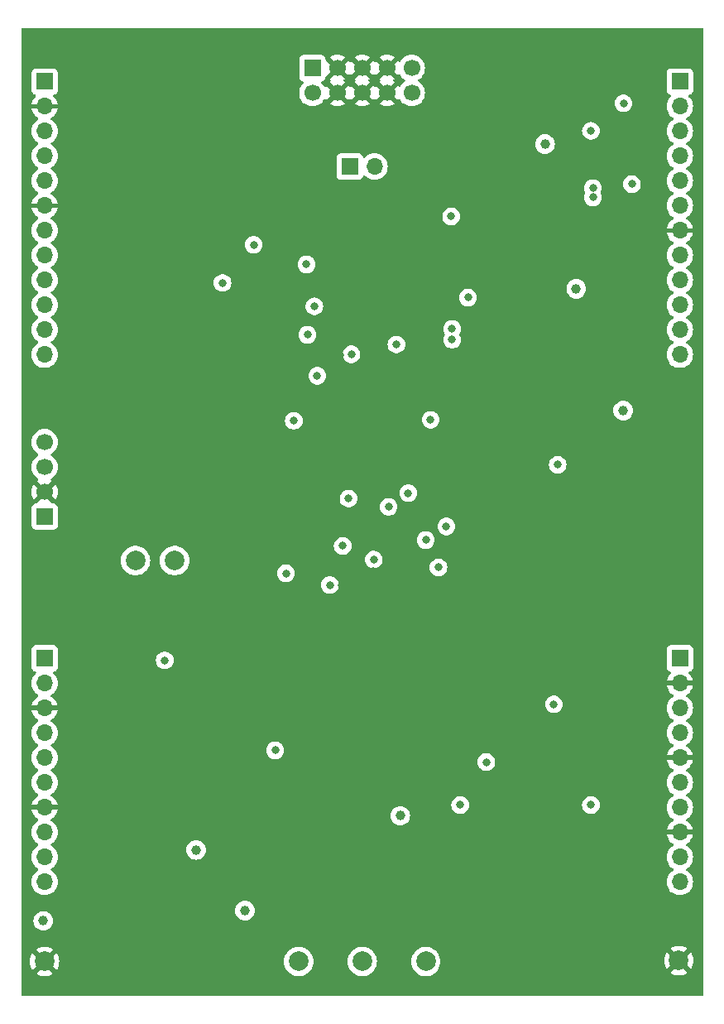
<source format=gbr>
%TF.GenerationSoftware,KiCad,Pcbnew,8.0.1*%
%TF.CreationDate,2024-04-24T14:52:54+01:00*%
%TF.ProjectId,Kishoof_Components,4b697368-6f6f-4665-9f43-6f6d706f6e65,rev?*%
%TF.SameCoordinates,Original*%
%TF.FileFunction,Copper,L2,Inr*%
%TF.FilePolarity,Positive*%
%FSLAX46Y46*%
G04 Gerber Fmt 4.6, Leading zero omitted, Abs format (unit mm)*
G04 Created by KiCad (PCBNEW 8.0.1) date 2024-04-24 14:52:54*
%MOMM*%
%LPD*%
G01*
G04 APERTURE LIST*
%TA.AperFunction,ComponentPad*%
%ADD10R,1.700000X1.700000*%
%TD*%
%TA.AperFunction,ComponentPad*%
%ADD11O,1.700000X1.700000*%
%TD*%
%TA.AperFunction,ComponentPad*%
%ADD12C,2.000000*%
%TD*%
%TA.AperFunction,ComponentPad*%
%ADD13C,1.700000*%
%TD*%
%TA.AperFunction,ViaPad*%
%ADD14C,0.800000*%
%TD*%
%TA.AperFunction,ViaPad*%
%ADD15C,1.000000*%
%TD*%
G04 APERTURE END LIST*
D10*
%TO.N,/LCD_Backlight*%
%TO.C,J2*%
X123000000Y-45000000D03*
D11*
%TO.N,/Octave_Up*%
X123000000Y-47540000D03*
%TO.N,/Octave_Down*%
X123000000Y-50080000D03*
%TO.N,/LCD_DC*%
X123000000Y-52620000D03*
%TO.N,/LCD_RESET*%
X123000000Y-55160000D03*
%TO.N,/Mode*%
X123000000Y-57700000D03*
%TO.N,GND*%
X123000000Y-60240000D03*
%TO.N,/Warp_Polarity_Btn*%
X123000000Y-62780000D03*
%TO.N,/Encoder_Btn*%
X123000000Y-65320000D03*
%TO.N,/Warp_Amt_Trm*%
X123000000Y-67860000D03*
%TO.N,/Warp_Amt_Pot*%
X123000000Y-70400000D03*
%TO.N,/Wavetable_Pos_B_Pot*%
X123000000Y-72940000D03*
%TD*%
D10*
%TO.N,/Wavetable_Pos_A_Trm*%
%TO.C,J4*%
X123000000Y-104000000D03*
D11*
%TO.N,GND*%
X123000000Y-106540000D03*
%TO.N,/Ext_Audio_In*%
X123000000Y-109080000D03*
%TO.N,/Warp_CV_In*%
X123000000Y-111620000D03*
%TO.N,GND*%
X123000000Y-114160000D03*
%TO.N,/Wavetable_Pos_A_CV_In*%
X123000000Y-116700000D03*
%TO.N,/Pitch_CV_In*%
X123000000Y-119240000D03*
%TO.N,GND*%
X123000000Y-121780000D03*
%TO.N,/Wavetable_Pos_B_CV_In*%
X123000000Y-124320000D03*
%TO.N,/VCA_CV_In*%
X123000000Y-126860000D03*
%TD*%
D10*
%TO.N,/LCD_SPI3_MOSI*%
%TO.C,J1*%
X58000000Y-45000000D03*
D11*
%TO.N,GND*%
X58000000Y-47540000D03*
%TO.N,/LCD_SPI3_SCK*%
X58000000Y-50080000D03*
%TO.N,/LCD_SPI3_SS*%
X58000000Y-52620000D03*
%TO.N,/USB_DP*%
X58000000Y-55160000D03*
%TO.N,GND*%
X58000000Y-57700000D03*
%TO.N,/USB_DM*%
X58000000Y-60240000D03*
%TO.N,/USB_VBUS*%
X58000000Y-62780000D03*
%TO.N,/Encoder_Down*%
X58000000Y-65320000D03*
%TO.N,/Encoder_Up*%
X58000000Y-67860000D03*
%TO.N,/LED_Oct_B_Out*%
X58000000Y-70400000D03*
%TO.N,/B_Octave_Btn*%
X58000000Y-72940000D03*
%TD*%
D10*
%TO.N,/ChB_RM*%
%TO.C,J3*%
X58000000Y-104000000D03*
D11*
%TO.N,/Wavetable_Pos_A_Pot*%
X58000000Y-106540000D03*
%TO.N,GND*%
X58000000Y-109080000D03*
%TO.N,/ChB_Mix*%
X58000000Y-111620000D03*
%TO.N,+3.3V*%
X58000000Y-114160000D03*
%TO.N,+3.3VA*%
X58000000Y-116700000D03*
%TO.N,GND*%
X58000000Y-119240000D03*
%TO.N,/Audio_Out_L*%
X58000000Y-121780000D03*
%TO.N,/Audio_Out_R*%
X58000000Y-124320000D03*
%TO.N,/Warp_Type_Pot*%
X58000000Y-126860000D03*
%TD*%
D12*
%TO.N,GND*%
%TO.C,TP8*%
X122900000Y-134900000D03*
%TD*%
%TO.N,+3.3VA*%
%TO.C,TP6*%
X67300000Y-94000000D03*
%TD*%
%TO.N,+3.3V*%
%TO.C,TP5*%
X71300000Y-94000000D03*
%TD*%
D10*
%TO.N,/UART_TX*%
%TO.C,J7*%
X89225000Y-53700000D03*
D11*
%TO.N,/UART_RX*%
X91765000Y-53700000D03*
%TD*%
D12*
%TO.N,+12V*%
%TO.C,TP2*%
X90500000Y-135000000D03*
%TD*%
%TO.N,-12V*%
%TO.C,TP3*%
X84000000Y-135000000D03*
%TD*%
%TO.N,/-5V_REF*%
%TO.C,TP7*%
X97000000Y-135000000D03*
%TD*%
D10*
%TO.N,/-12V_IN*%
%TO.C,J5*%
X85400000Y-43625000D03*
D13*
X85400000Y-46165000D03*
%TO.N,GND*%
X87940000Y-43625000D03*
X87940000Y-46165000D03*
X90480000Y-43625000D03*
X90480000Y-46165000D03*
X93020000Y-43625000D03*
X93020000Y-46165000D03*
%TO.N,/+12V_IN*%
X95560000Y-43625000D03*
X95560000Y-46165000D03*
%TD*%
D12*
%TO.N,GND*%
%TO.C,TP4*%
X58000000Y-135000000D03*
%TD*%
D10*
%TO.N,+3.3V*%
%TO.C,J6*%
X58000000Y-89500000D03*
D13*
%TO.N,GND*%
X58000000Y-86960000D03*
%TO.N,/SWIO*%
X58000000Y-84420000D03*
%TO.N,/SWCLK*%
X58000000Y-81880000D03*
%TD*%
D14*
%TO.N,GND*%
X102300000Y-71300000D03*
X109700000Y-65600000D03*
X117200000Y-76700000D03*
X114500000Y-65500000D03*
X120400000Y-66000000D03*
X121400000Y-76100000D03*
X101800000Y-113600000D03*
X112100000Y-122900000D03*
X104300000Y-122700000D03*
X107800000Y-115100000D03*
D15*
%TO.N,+12V*%
X78500000Y-129800000D03*
X109200000Y-51399998D03*
X117200000Y-78650000D03*
X112400000Y-66200000D03*
D14*
%TO.N,GND*%
X93500000Y-87000000D03*
X110200000Y-110400000D03*
X90500000Y-113100000D03*
X120500000Y-85700000D03*
X67787500Y-112100000D03*
X75400000Y-45100000D03*
X75400000Y-127300000D03*
X91132788Y-75575000D03*
X67787500Y-107100000D03*
X111300000Y-44800000D03*
X76300000Y-75000000D03*
X81200000Y-95400000D03*
X88600000Y-89000000D03*
X83200000Y-61600000D03*
X101800000Y-107400000D03*
X90200000Y-71400000D03*
X88200000Y-73000000D03*
X105800000Y-81000000D03*
X97200000Y-77744436D03*
X66100000Y-127400000D03*
X97625000Y-81410460D03*
X79000000Y-92500000D03*
X107500000Y-53600000D03*
X81587500Y-107900000D03*
X111700000Y-57400000D03*
X114900000Y-107700000D03*
X103000000Y-76400000D03*
X107200000Y-73100000D03*
X97900000Y-121700000D03*
X76800000Y-124800000D03*
X99900000Y-96000000D03*
X91600000Y-95100000D03*
X85400000Y-54600000D03*
X115600000Y-48350000D03*
X73400000Y-87300000D03*
X84600000Y-99100000D03*
X66500000Y-56000000D03*
X110900000Y-49000000D03*
X74200000Y-96000000D03*
X65600000Y-75800000D03*
X81100000Y-90900000D03*
X67787500Y-105500000D03*
X85700000Y-86300000D03*
X80900000Y-63700000D03*
X103900000Y-75400000D03*
X82500000Y-85300000D03*
X116200000Y-83300000D03*
X91800000Y-63900000D03*
X60100000Y-55600000D03*
X119600000Y-89200000D03*
X73700000Y-83700000D03*
X101900000Y-110000000D03*
X77584740Y-110738449D03*
X96700000Y-89200000D03*
X124600000Y-78700000D03*
X77900000Y-62000000D03*
X121400000Y-58300000D03*
X57800000Y-100400000D03*
X99100000Y-115800000D03*
X86900000Y-67500000D03*
X94800000Y-84000000D03*
X58400000Y-129100000D03*
X84500000Y-82100000D03*
X116100000Y-58000000D03*
X99200000Y-57100000D03*
X64900000Y-84000000D03*
X119400000Y-97100000D03*
X88200000Y-99100000D03*
X77100000Y-63700000D03*
X100600000Y-92300000D03*
X67787500Y-108900000D03*
X98200000Y-92200000D03*
X95900000Y-66700000D03*
X115200000Y-113100000D03*
X65200000Y-91400000D03*
X85265620Y-73079949D03*
X74000000Y-43000000D03*
X64700000Y-64300000D03*
X112500000Y-78800000D03*
X93700000Y-70600000D03*
X112300000Y-89300000D03*
X97100000Y-95300000D03*
X86537742Y-70202464D03*
X115488603Y-43838603D03*
X87300000Y-135000000D03*
X90500000Y-118300000D03*
X76000000Y-119400000D03*
X57400000Y-78500000D03*
X90500000Y-116100000D03*
X70600000Y-54600000D03*
X103400000Y-65275000D03*
X88200000Y-93800000D03*
X74100000Y-91500000D03*
X124600000Y-85000000D03*
X59400000Y-74600000D03*
X91900000Y-99000000D03*
X78100000Y-116600000D03*
X100800000Y-99700000D03*
X79100000Y-80000000D03*
X115600000Y-47250000D03*
X106800000Y-128000000D03*
X88400000Y-96500000D03*
X113200000Y-83300000D03*
X115300000Y-123800000D03*
X82300000Y-99100000D03*
X87100000Y-116200000D03*
X60200000Y-80800000D03*
X96400000Y-72300000D03*
X74100000Y-116500000D03*
X116000000Y-53150000D03*
X114000000Y-96800000D03*
X124300000Y-100400000D03*
X86100000Y-63500000D03*
X81600000Y-102100000D03*
X100744839Y-88270107D03*
X121500000Y-41900000D03*
X74387500Y-110300000D03*
X94000000Y-135100000D03*
X69200000Y-121700000D03*
X108800000Y-40100000D03*
X90500000Y-121600000D03*
X90400000Y-127900000D03*
X94600000Y-69100000D03*
X113300000Y-76200000D03*
X94500000Y-59900000D03*
X79000000Y-95500000D03*
X124100000Y-74900000D03*
X87400000Y-121800000D03*
X108300002Y-69199998D03*
X105500000Y-44925000D03*
X116036397Y-51386397D03*
X107000000Y-43200000D03*
X97800000Y-61600000D03*
X60000000Y-83200000D03*
X95200000Y-57100000D03*
X61100000Y-43900000D03*
X88300000Y-75500000D03*
X84100000Y-90300000D03*
X107700000Y-82400000D03*
X74387500Y-106100000D03*
X65800000Y-101900000D03*
X62600000Y-112000000D03*
X113200000Y-72600000D03*
X78887500Y-105000000D03*
X101600000Y-78800000D03*
X65200000Y-87600000D03*
X109200000Y-88400000D03*
X86100000Y-82200000D03*
X63500000Y-73400000D03*
X64200000Y-98300000D03*
D15*
%TO.N,-12V*%
X94400000Y-120100000D03*
X73500000Y-123600000D03*
X57850001Y-130850001D03*
D14*
%TO.N,+3.3VA*%
X70287500Y-104200000D03*
X110500000Y-84200000D03*
X110100000Y-108700000D03*
X103200000Y-114600000D03*
%TO.N,/VSW*%
X114100000Y-56850000D03*
X117232353Y-47232353D03*
X113900000Y-50050000D03*
X114100000Y-55900000D03*
%TO.N,+3.3V*%
X81587500Y-113400000D03*
X99600000Y-58800000D03*
X99100000Y-90500000D03*
X83500000Y-79700000D03*
X101325000Y-67100000D03*
X97500000Y-79600000D03*
X118100000Y-55500000D03*
X79400000Y-61700000D03*
X82700000Y-95300000D03*
%TO.N,/OCTOSPIM_P1_IO6*%
X88500000Y-92499998D03*
X97000000Y-91900000D03*
%TO.N,/Wavetable_Pos_A_Pot*%
X85899999Y-75099999D03*
%TO.N,/OCTOSPIM_P1_IO3*%
X87200000Y-96500000D03*
X84900000Y-70900000D03*
%TO.N,/OCTOSPIM_P1_IO4*%
X91683290Y-93900545D03*
X98300000Y-94700000D03*
%TO.N,/SWCLK*%
X84800000Y-63700000D03*
%TO.N,/OCTOSPIM_P1_IO0*%
X85600000Y-68000000D03*
X93200000Y-88500000D03*
%TO.N,/OCTOSPIM_P1_IO2*%
X95200000Y-87100000D03*
X94000000Y-71900000D03*
%TO.N,/SWIO*%
X76200000Y-65600000D03*
%TO.N,/OCTOSPIM_P1_IO1*%
X89100000Y-87649999D03*
X89399998Y-72900000D03*
%TO.N,/-5V_REF*%
X113900000Y-119000000D03*
X100525000Y-119000000D03*
%TO.N,/Warp_Amt_Pot*%
X99700000Y-71400000D03*
%TO.N,/Warp_Amt_Trm*%
X99700000Y-70300000D03*
%TD*%
%TA.AperFunction,Conductor*%
%TO.N,GND*%
G36*
X92554075Y-43817993D02*
G01*
X92619901Y-43932007D01*
X92712993Y-44025099D01*
X92827007Y-44090925D01*
X92890590Y-44107962D01*
X92258625Y-44739925D01*
X92335031Y-44793425D01*
X92378655Y-44848002D01*
X92385848Y-44917501D01*
X92354326Y-44979855D01*
X92335029Y-44996576D01*
X92258625Y-45050072D01*
X92890590Y-45682037D01*
X92827007Y-45699075D01*
X92712993Y-45764901D01*
X92619901Y-45857993D01*
X92554075Y-45972007D01*
X92537037Y-46035590D01*
X91905072Y-45403625D01*
X91905072Y-45403626D01*
X91851574Y-45480030D01*
X91796998Y-45523655D01*
X91727499Y-45530849D01*
X91665144Y-45499326D01*
X91648424Y-45480030D01*
X91594925Y-45403626D01*
X91594925Y-45403625D01*
X90962962Y-46035589D01*
X90945925Y-45972007D01*
X90880099Y-45857993D01*
X90787007Y-45764901D01*
X90672993Y-45699075D01*
X90609410Y-45682037D01*
X91241373Y-45050073D01*
X91164969Y-44996576D01*
X91121344Y-44941999D01*
X91114150Y-44872501D01*
X91145672Y-44810146D01*
X91164968Y-44793425D01*
X91241373Y-44739925D01*
X90609409Y-44107962D01*
X90672993Y-44090925D01*
X90787007Y-44025099D01*
X90880099Y-43932007D01*
X90945925Y-43817993D01*
X90962962Y-43754410D01*
X91594925Y-44386373D01*
X91648425Y-44309968D01*
X91703002Y-44266344D01*
X91772501Y-44259151D01*
X91834855Y-44290673D01*
X91851576Y-44309969D01*
X91905073Y-44386372D01*
X92537037Y-43754409D01*
X92554075Y-43817993D01*
G37*
%TD.AperFunction*%
%TA.AperFunction,Conductor*%
G36*
X87474075Y-43817993D02*
G01*
X87539901Y-43932007D01*
X87632993Y-44025099D01*
X87747007Y-44090925D01*
X87810590Y-44107962D01*
X87178625Y-44739925D01*
X87255031Y-44793425D01*
X87298655Y-44848002D01*
X87305848Y-44917501D01*
X87274326Y-44979855D01*
X87255029Y-44996576D01*
X87178625Y-45050072D01*
X87810590Y-45682037D01*
X87747007Y-45699075D01*
X87632993Y-45764901D01*
X87539901Y-45857993D01*
X87474075Y-45972007D01*
X87457037Y-46035589D01*
X86825073Y-45403626D01*
X86771881Y-45479594D01*
X86717304Y-45523219D01*
X86647806Y-45530413D01*
X86585451Y-45498891D01*
X86568730Y-45479594D01*
X86438496Y-45293600D01*
X86438493Y-45293597D01*
X86316567Y-45171671D01*
X86283084Y-45110351D01*
X86288068Y-45040659D01*
X86329939Y-44984725D01*
X86360915Y-44967810D01*
X86492331Y-44918796D01*
X86607546Y-44832546D01*
X86693796Y-44717331D01*
X86744091Y-44582483D01*
X86750500Y-44522873D01*
X86750499Y-44512314D01*
X86770179Y-44445277D01*
X86786818Y-44424628D01*
X87457037Y-43754409D01*
X87474075Y-43817993D01*
G37*
%TD.AperFunction*%
%TA.AperFunction,Conductor*%
G36*
X90014075Y-43817993D02*
G01*
X90079901Y-43932007D01*
X90172993Y-44025099D01*
X90287007Y-44090925D01*
X90350590Y-44107962D01*
X89718625Y-44739925D01*
X89795031Y-44793425D01*
X89838655Y-44848002D01*
X89845848Y-44917501D01*
X89814326Y-44979855D01*
X89795029Y-44996576D01*
X89718625Y-45050072D01*
X90350590Y-45682037D01*
X90287007Y-45699075D01*
X90172993Y-45764901D01*
X90079901Y-45857993D01*
X90014075Y-45972007D01*
X89997037Y-46035589D01*
X89365073Y-45403625D01*
X89365072Y-45403626D01*
X89311574Y-45480030D01*
X89256998Y-45523655D01*
X89187499Y-45530849D01*
X89125144Y-45499326D01*
X89108424Y-45480030D01*
X89054925Y-45403626D01*
X89054925Y-45403625D01*
X88422962Y-46035589D01*
X88405925Y-45972007D01*
X88340099Y-45857993D01*
X88247007Y-45764901D01*
X88132993Y-45699075D01*
X88069410Y-45682037D01*
X88701373Y-45050073D01*
X88624969Y-44996576D01*
X88581344Y-44941999D01*
X88574150Y-44872501D01*
X88605672Y-44810146D01*
X88624968Y-44793425D01*
X88701373Y-44739925D01*
X88069409Y-44107962D01*
X88132993Y-44090925D01*
X88247007Y-44025099D01*
X88340099Y-43932007D01*
X88405925Y-43817993D01*
X88422962Y-43754410D01*
X89054925Y-44386373D01*
X89108425Y-44309968D01*
X89163002Y-44266344D01*
X89232501Y-44259151D01*
X89294855Y-44290673D01*
X89311576Y-44309969D01*
X89365073Y-44386372D01*
X89997037Y-43754409D01*
X90014075Y-43817993D01*
G37*
%TD.AperFunction*%
%TA.AperFunction,Conductor*%
G36*
X94134925Y-44386373D02*
G01*
X94188119Y-44310405D01*
X94242696Y-44266781D01*
X94312195Y-44259588D01*
X94374549Y-44291110D01*
X94391269Y-44310405D01*
X94521505Y-44496401D01*
X94521506Y-44496402D01*
X94688597Y-44663493D01*
X94688603Y-44663498D01*
X94874158Y-44793425D01*
X94917783Y-44848002D01*
X94924977Y-44917500D01*
X94893454Y-44979855D01*
X94874158Y-44996575D01*
X94688597Y-45126505D01*
X94521505Y-45293597D01*
X94391269Y-45479595D01*
X94336692Y-45523220D01*
X94267194Y-45530414D01*
X94204839Y-45498891D01*
X94188119Y-45479595D01*
X94134925Y-45403626D01*
X94134925Y-45403625D01*
X93502962Y-46035589D01*
X93485925Y-45972007D01*
X93420099Y-45857993D01*
X93327007Y-45764901D01*
X93212993Y-45699075D01*
X93149410Y-45682037D01*
X93781373Y-45050073D01*
X93704969Y-44996576D01*
X93661344Y-44941999D01*
X93654150Y-44872501D01*
X93685672Y-44810146D01*
X93704968Y-44793425D01*
X93781373Y-44739925D01*
X93149409Y-44107962D01*
X93212993Y-44090925D01*
X93327007Y-44025099D01*
X93420099Y-43932007D01*
X93485925Y-43817993D01*
X93502962Y-43754410D01*
X94134925Y-44386373D01*
G37*
%TD.AperFunction*%
%TA.AperFunction,Conductor*%
G36*
X125342539Y-39520185D02*
G01*
X125388294Y-39572989D01*
X125399500Y-39624500D01*
X125399500Y-138375500D01*
X125379815Y-138442539D01*
X125327011Y-138488294D01*
X125275500Y-138499500D01*
X55724500Y-138499500D01*
X55657461Y-138479815D01*
X55611706Y-138427011D01*
X55600500Y-138375500D01*
X55600500Y-135000005D01*
X56494859Y-135000005D01*
X56515385Y-135247729D01*
X56515387Y-135247738D01*
X56576412Y-135488717D01*
X56676266Y-135716364D01*
X56776564Y-135869882D01*
X57398958Y-135247488D01*
X57423978Y-135307890D01*
X57495112Y-135414351D01*
X57585649Y-135504888D01*
X57692110Y-135576022D01*
X57752511Y-135601041D01*
X57129942Y-136223609D01*
X57176768Y-136260055D01*
X57176770Y-136260056D01*
X57395385Y-136378364D01*
X57395396Y-136378369D01*
X57630506Y-136459083D01*
X57875707Y-136500000D01*
X58124293Y-136500000D01*
X58369493Y-136459083D01*
X58604603Y-136378369D01*
X58604614Y-136378364D01*
X58823228Y-136260057D01*
X58823231Y-136260055D01*
X58870056Y-136223609D01*
X58247488Y-135601041D01*
X58307890Y-135576022D01*
X58414351Y-135504888D01*
X58504888Y-135414351D01*
X58576022Y-135307890D01*
X58601041Y-135247488D01*
X59223434Y-135869882D01*
X59323731Y-135716369D01*
X59423587Y-135488717D01*
X59484612Y-135247738D01*
X59484614Y-135247729D01*
X59505141Y-135000005D01*
X82494357Y-135000005D01*
X82514890Y-135247812D01*
X82514892Y-135247824D01*
X82575936Y-135488881D01*
X82675826Y-135716606D01*
X82811833Y-135924782D01*
X82811836Y-135924785D01*
X82980256Y-136107738D01*
X83176491Y-136260474D01*
X83176493Y-136260475D01*
X83394332Y-136378364D01*
X83395190Y-136378828D01*
X83614141Y-136453994D01*
X83628964Y-136459083D01*
X83630386Y-136459571D01*
X83875665Y-136500500D01*
X84124335Y-136500500D01*
X84369614Y-136459571D01*
X84604810Y-136378828D01*
X84823509Y-136260474D01*
X85019744Y-136107738D01*
X85188164Y-135924785D01*
X85324173Y-135716607D01*
X85424063Y-135488881D01*
X85485108Y-135247821D01*
X85488417Y-135207890D01*
X85505643Y-135000005D01*
X88994357Y-135000005D01*
X89014890Y-135247812D01*
X89014892Y-135247824D01*
X89075936Y-135488881D01*
X89175826Y-135716606D01*
X89311833Y-135924782D01*
X89311836Y-135924785D01*
X89480256Y-136107738D01*
X89676491Y-136260474D01*
X89676493Y-136260475D01*
X89894332Y-136378364D01*
X89895190Y-136378828D01*
X90114141Y-136453994D01*
X90128964Y-136459083D01*
X90130386Y-136459571D01*
X90375665Y-136500500D01*
X90624335Y-136500500D01*
X90869614Y-136459571D01*
X91104810Y-136378828D01*
X91323509Y-136260474D01*
X91519744Y-136107738D01*
X91688164Y-135924785D01*
X91824173Y-135716607D01*
X91924063Y-135488881D01*
X91985108Y-135247821D01*
X91988417Y-135207890D01*
X92005643Y-135000005D01*
X95494357Y-135000005D01*
X95514890Y-135247812D01*
X95514892Y-135247824D01*
X95575936Y-135488881D01*
X95675826Y-135716606D01*
X95811833Y-135924782D01*
X95811836Y-135924785D01*
X95980256Y-136107738D01*
X96176491Y-136260474D01*
X96176493Y-136260475D01*
X96394332Y-136378364D01*
X96395190Y-136378828D01*
X96614141Y-136453994D01*
X96628964Y-136459083D01*
X96630386Y-136459571D01*
X96875665Y-136500500D01*
X97124335Y-136500500D01*
X97369614Y-136459571D01*
X97604810Y-136378828D01*
X97823509Y-136260474D01*
X98019744Y-136107738D01*
X98188164Y-135924785D01*
X98324173Y-135716607D01*
X98424063Y-135488881D01*
X98485108Y-135247821D01*
X98488417Y-135207890D01*
X98505643Y-135000005D01*
X98505643Y-134999994D01*
X98497358Y-134900005D01*
X121394859Y-134900005D01*
X121415385Y-135147729D01*
X121415387Y-135147738D01*
X121476412Y-135388717D01*
X121576266Y-135616364D01*
X121676564Y-135769882D01*
X122298958Y-135147488D01*
X122323978Y-135207890D01*
X122395112Y-135314351D01*
X122485649Y-135404888D01*
X122592110Y-135476022D01*
X122652511Y-135501041D01*
X122029942Y-136123609D01*
X122076768Y-136160055D01*
X122076770Y-136160056D01*
X122295385Y-136278364D01*
X122295396Y-136278369D01*
X122530506Y-136359083D01*
X122775707Y-136400000D01*
X123024293Y-136400000D01*
X123269493Y-136359083D01*
X123504603Y-136278369D01*
X123504614Y-136278364D01*
X123723228Y-136160057D01*
X123723231Y-136160055D01*
X123770056Y-136123609D01*
X123147488Y-135501041D01*
X123207890Y-135476022D01*
X123314351Y-135404888D01*
X123404888Y-135314351D01*
X123476022Y-135207890D01*
X123501041Y-135147489D01*
X124123434Y-135769882D01*
X124223731Y-135616369D01*
X124323587Y-135388717D01*
X124384612Y-135147738D01*
X124384614Y-135147729D01*
X124405141Y-134900005D01*
X124405141Y-134899994D01*
X124384614Y-134652270D01*
X124384612Y-134652261D01*
X124323587Y-134411282D01*
X124223731Y-134183630D01*
X124123434Y-134030116D01*
X123501041Y-134652510D01*
X123476022Y-134592110D01*
X123404888Y-134485649D01*
X123314351Y-134395112D01*
X123207890Y-134323978D01*
X123147489Y-134298958D01*
X123770057Y-133676390D01*
X123770056Y-133676389D01*
X123723229Y-133639943D01*
X123504614Y-133521635D01*
X123504603Y-133521630D01*
X123269493Y-133440916D01*
X123024293Y-133400000D01*
X122775707Y-133400000D01*
X122530506Y-133440916D01*
X122295396Y-133521630D01*
X122295390Y-133521632D01*
X122076761Y-133639949D01*
X122029942Y-133676388D01*
X122029942Y-133676390D01*
X122652511Y-134298958D01*
X122592110Y-134323978D01*
X122485649Y-134395112D01*
X122395112Y-134485649D01*
X122323978Y-134592110D01*
X122298958Y-134652510D01*
X121676564Y-134030116D01*
X121576267Y-134183632D01*
X121476412Y-134411282D01*
X121415387Y-134652261D01*
X121415385Y-134652270D01*
X121394859Y-134899994D01*
X121394859Y-134900005D01*
X98497358Y-134900005D01*
X98485109Y-134752187D01*
X98485107Y-134752175D01*
X98424063Y-134511118D01*
X98324173Y-134283393D01*
X98188166Y-134075217D01*
X98146647Y-134030116D01*
X98019744Y-133892262D01*
X97823509Y-133739526D01*
X97823507Y-133739525D01*
X97823506Y-133739524D01*
X97604811Y-133621172D01*
X97604802Y-133621169D01*
X97369616Y-133540429D01*
X97124335Y-133499500D01*
X96875665Y-133499500D01*
X96630383Y-133540429D01*
X96395197Y-133621169D01*
X96395188Y-133621172D01*
X96176493Y-133739524D01*
X95980257Y-133892261D01*
X95811833Y-134075217D01*
X95675826Y-134283393D01*
X95575936Y-134511118D01*
X95514892Y-134752175D01*
X95514890Y-134752187D01*
X95494357Y-134999994D01*
X95494357Y-135000005D01*
X92005643Y-135000005D01*
X92005643Y-134999994D01*
X91985109Y-134752187D01*
X91985107Y-134752175D01*
X91924063Y-134511118D01*
X91824173Y-134283393D01*
X91688166Y-134075217D01*
X91646647Y-134030116D01*
X91519744Y-133892262D01*
X91323509Y-133739526D01*
X91323507Y-133739525D01*
X91323506Y-133739524D01*
X91104811Y-133621172D01*
X91104802Y-133621169D01*
X90869616Y-133540429D01*
X90624335Y-133499500D01*
X90375665Y-133499500D01*
X90130383Y-133540429D01*
X89895197Y-133621169D01*
X89895188Y-133621172D01*
X89676493Y-133739524D01*
X89480257Y-133892261D01*
X89311833Y-134075217D01*
X89175826Y-134283393D01*
X89075936Y-134511118D01*
X89014892Y-134752175D01*
X89014890Y-134752187D01*
X88994357Y-134999994D01*
X88994357Y-135000005D01*
X85505643Y-135000005D01*
X85505643Y-134999994D01*
X85485109Y-134752187D01*
X85485107Y-134752175D01*
X85424063Y-134511118D01*
X85324173Y-134283393D01*
X85188166Y-134075217D01*
X85146647Y-134030116D01*
X85019744Y-133892262D01*
X84823509Y-133739526D01*
X84823507Y-133739525D01*
X84823506Y-133739524D01*
X84604811Y-133621172D01*
X84604802Y-133621169D01*
X84369616Y-133540429D01*
X84124335Y-133499500D01*
X83875665Y-133499500D01*
X83630383Y-133540429D01*
X83395197Y-133621169D01*
X83395188Y-133621172D01*
X83176493Y-133739524D01*
X82980257Y-133892261D01*
X82811833Y-134075217D01*
X82675826Y-134283393D01*
X82575936Y-134511118D01*
X82514892Y-134752175D01*
X82514890Y-134752187D01*
X82494357Y-134999994D01*
X82494357Y-135000005D01*
X59505141Y-135000005D01*
X59505141Y-134999994D01*
X59484614Y-134752270D01*
X59484612Y-134752261D01*
X59423587Y-134511282D01*
X59323731Y-134283630D01*
X59223434Y-134130116D01*
X58601041Y-134752510D01*
X58576022Y-134692110D01*
X58504888Y-134585649D01*
X58414351Y-134495112D01*
X58307890Y-134423978D01*
X58247489Y-134398958D01*
X58870057Y-133776390D01*
X58870056Y-133776389D01*
X58823229Y-133739943D01*
X58604614Y-133621635D01*
X58604603Y-133621630D01*
X58369493Y-133540916D01*
X58124293Y-133500000D01*
X57875707Y-133500000D01*
X57630506Y-133540916D01*
X57395396Y-133621630D01*
X57395390Y-133621632D01*
X57176761Y-133739949D01*
X57129942Y-133776388D01*
X57129942Y-133776390D01*
X57752511Y-134398958D01*
X57692110Y-134423978D01*
X57585649Y-134495112D01*
X57495112Y-134585649D01*
X57423978Y-134692110D01*
X57398958Y-134752510D01*
X56776564Y-134130116D01*
X56676267Y-134283632D01*
X56576412Y-134511282D01*
X56515387Y-134752261D01*
X56515385Y-134752270D01*
X56494859Y-134999994D01*
X56494859Y-135000005D01*
X55600500Y-135000005D01*
X55600500Y-130850001D01*
X56844660Y-130850001D01*
X56863976Y-131046130D01*
X56921189Y-131234734D01*
X57014087Y-131408533D01*
X57014091Y-131408540D01*
X57139117Y-131560884D01*
X57291461Y-131685910D01*
X57291468Y-131685914D01*
X57465267Y-131778812D01*
X57465270Y-131778812D01*
X57465274Y-131778815D01*
X57653869Y-131836025D01*
X57850001Y-131855342D01*
X58046133Y-131836025D01*
X58234728Y-131778815D01*
X58408539Y-131685911D01*
X58560884Y-131560884D01*
X58685911Y-131408539D01*
X58778815Y-131234728D01*
X58836025Y-131046133D01*
X58855342Y-130850001D01*
X58836025Y-130653869D01*
X58778815Y-130465274D01*
X58778812Y-130465270D01*
X58778812Y-130465267D01*
X58685914Y-130291468D01*
X58685910Y-130291461D01*
X58560884Y-130139117D01*
X58408540Y-130014091D01*
X58408533Y-130014087D01*
X58234734Y-129921189D01*
X58234728Y-129921187D01*
X58046133Y-129863977D01*
X58046130Y-129863976D01*
X57850001Y-129844660D01*
X57653871Y-129863976D01*
X57465267Y-129921189D01*
X57291468Y-130014087D01*
X57291461Y-130014091D01*
X57139117Y-130139117D01*
X57014091Y-130291461D01*
X57014087Y-130291468D01*
X56921189Y-130465267D01*
X56863976Y-130653871D01*
X56844660Y-130850001D01*
X55600500Y-130850001D01*
X55600500Y-129800000D01*
X77494659Y-129800000D01*
X77513975Y-129996129D01*
X77571188Y-130184733D01*
X77664086Y-130358532D01*
X77664090Y-130358539D01*
X77789116Y-130510883D01*
X77941460Y-130635909D01*
X77941467Y-130635913D01*
X78115266Y-130728811D01*
X78115269Y-130728811D01*
X78115273Y-130728814D01*
X78303868Y-130786024D01*
X78500000Y-130805341D01*
X78696132Y-130786024D01*
X78884727Y-130728814D01*
X79058538Y-130635910D01*
X79210883Y-130510883D01*
X79335910Y-130358538D01*
X79428814Y-130184727D01*
X79486024Y-129996132D01*
X79505341Y-129800000D01*
X79486024Y-129603868D01*
X79428814Y-129415273D01*
X79428811Y-129415269D01*
X79428811Y-129415266D01*
X79335913Y-129241467D01*
X79335909Y-129241460D01*
X79210883Y-129089116D01*
X79058539Y-128964090D01*
X79058532Y-128964086D01*
X78884733Y-128871188D01*
X78884727Y-128871186D01*
X78696132Y-128813976D01*
X78696129Y-128813975D01*
X78500000Y-128794659D01*
X78303870Y-128813975D01*
X78115266Y-128871188D01*
X77941467Y-128964086D01*
X77941460Y-128964090D01*
X77789116Y-129089116D01*
X77664090Y-129241460D01*
X77664086Y-129241467D01*
X77571188Y-129415266D01*
X77513975Y-129603870D01*
X77494659Y-129800000D01*
X55600500Y-129800000D01*
X55600500Y-126860000D01*
X56644341Y-126860000D01*
X56664936Y-127095403D01*
X56664938Y-127095413D01*
X56726094Y-127323655D01*
X56726096Y-127323659D01*
X56726097Y-127323663D01*
X56825965Y-127537830D01*
X56825967Y-127537834D01*
X56934281Y-127692521D01*
X56961505Y-127731401D01*
X57128599Y-127898495D01*
X57225384Y-127966265D01*
X57322165Y-128034032D01*
X57322167Y-128034033D01*
X57322170Y-128034035D01*
X57536337Y-128133903D01*
X57764592Y-128195063D01*
X57952918Y-128211539D01*
X57999999Y-128215659D01*
X58000000Y-128215659D01*
X58000001Y-128215659D01*
X58039234Y-128212226D01*
X58235408Y-128195063D01*
X58463663Y-128133903D01*
X58677830Y-128034035D01*
X58871401Y-127898495D01*
X59038495Y-127731401D01*
X59174035Y-127537830D01*
X59273903Y-127323663D01*
X59335063Y-127095408D01*
X59355659Y-126860000D01*
X121644341Y-126860000D01*
X121664936Y-127095403D01*
X121664938Y-127095413D01*
X121726094Y-127323655D01*
X121726096Y-127323659D01*
X121726097Y-127323663D01*
X121825965Y-127537830D01*
X121825967Y-127537834D01*
X121934281Y-127692521D01*
X121961505Y-127731401D01*
X122128599Y-127898495D01*
X122225384Y-127966265D01*
X122322165Y-128034032D01*
X122322167Y-128034033D01*
X122322170Y-128034035D01*
X122536337Y-128133903D01*
X122764592Y-128195063D01*
X122952918Y-128211539D01*
X122999999Y-128215659D01*
X123000000Y-128215659D01*
X123000001Y-128215659D01*
X123039234Y-128212226D01*
X123235408Y-128195063D01*
X123463663Y-128133903D01*
X123677830Y-128034035D01*
X123871401Y-127898495D01*
X124038495Y-127731401D01*
X124174035Y-127537830D01*
X124273903Y-127323663D01*
X124335063Y-127095408D01*
X124355659Y-126860000D01*
X124335063Y-126624592D01*
X124273903Y-126396337D01*
X124174035Y-126182171D01*
X124038495Y-125988599D01*
X124038494Y-125988597D01*
X123871402Y-125821506D01*
X123871396Y-125821501D01*
X123685842Y-125691575D01*
X123642217Y-125636998D01*
X123635023Y-125567500D01*
X123666546Y-125505145D01*
X123685842Y-125488425D01*
X123708026Y-125472891D01*
X123871401Y-125358495D01*
X124038495Y-125191401D01*
X124174035Y-124997830D01*
X124273903Y-124783663D01*
X124335063Y-124555408D01*
X124355659Y-124320000D01*
X124335063Y-124084592D01*
X124273903Y-123856337D01*
X124174035Y-123642171D01*
X124038495Y-123448599D01*
X124038494Y-123448597D01*
X123871402Y-123281506D01*
X123871401Y-123281505D01*
X123685405Y-123151269D01*
X123641781Y-123096692D01*
X123634588Y-123027193D01*
X123666110Y-122964839D01*
X123685405Y-122948119D01*
X123871082Y-122818105D01*
X124038105Y-122651082D01*
X124173600Y-122457578D01*
X124273429Y-122243492D01*
X124273432Y-122243486D01*
X124330636Y-122030000D01*
X123433012Y-122030000D01*
X123465925Y-121972993D01*
X123500000Y-121845826D01*
X123500000Y-121714174D01*
X123465925Y-121587007D01*
X123433012Y-121530000D01*
X124330636Y-121530000D01*
X124330635Y-121529999D01*
X124273432Y-121316513D01*
X124273429Y-121316507D01*
X124173600Y-121102422D01*
X124173599Y-121102420D01*
X124038113Y-120908926D01*
X124038108Y-120908920D01*
X123871078Y-120741890D01*
X123685405Y-120611879D01*
X123641780Y-120557302D01*
X123634588Y-120487804D01*
X123666110Y-120425449D01*
X123685406Y-120408730D01*
X123686279Y-120408119D01*
X123871401Y-120278495D01*
X124038495Y-120111401D01*
X124174035Y-119917830D01*
X124273903Y-119703663D01*
X124335063Y-119475408D01*
X124355659Y-119240000D01*
X124335063Y-119004592D01*
X124273903Y-118776337D01*
X124174035Y-118562171D01*
X124107946Y-118467785D01*
X124038494Y-118368597D01*
X123871402Y-118201506D01*
X123871396Y-118201501D01*
X123685842Y-118071575D01*
X123642217Y-118016998D01*
X123635023Y-117947500D01*
X123666546Y-117885145D01*
X123685842Y-117868425D01*
X123708026Y-117852891D01*
X123871401Y-117738495D01*
X124038495Y-117571401D01*
X124174035Y-117377830D01*
X124273903Y-117163663D01*
X124335063Y-116935408D01*
X124355659Y-116700000D01*
X124335063Y-116464592D01*
X124273903Y-116236337D01*
X124174035Y-116022171D01*
X124038495Y-115828599D01*
X124038494Y-115828597D01*
X123871402Y-115661506D01*
X123871401Y-115661505D01*
X123685405Y-115531269D01*
X123641781Y-115476692D01*
X123634588Y-115407193D01*
X123666110Y-115344839D01*
X123685405Y-115328119D01*
X123871082Y-115198105D01*
X124038105Y-115031082D01*
X124173600Y-114837578D01*
X124273429Y-114623492D01*
X124273432Y-114623486D01*
X124330636Y-114410000D01*
X123433012Y-114410000D01*
X123465925Y-114352993D01*
X123500000Y-114225826D01*
X123500000Y-114094174D01*
X123465925Y-113967007D01*
X123433012Y-113910000D01*
X124330636Y-113910000D01*
X124330635Y-113909999D01*
X124273432Y-113696513D01*
X124273429Y-113696507D01*
X124173600Y-113482422D01*
X124173599Y-113482420D01*
X124038113Y-113288926D01*
X124038108Y-113288920D01*
X123871078Y-113121890D01*
X123685405Y-112991879D01*
X123641780Y-112937302D01*
X123634588Y-112867804D01*
X123666110Y-112805449D01*
X123685406Y-112788730D01*
X123685842Y-112788425D01*
X123871401Y-112658495D01*
X124038495Y-112491401D01*
X124174035Y-112297830D01*
X124273903Y-112083663D01*
X124335063Y-111855408D01*
X124355659Y-111620000D01*
X124335063Y-111384592D01*
X124273903Y-111156337D01*
X124174035Y-110942171D01*
X124038495Y-110748599D01*
X124038494Y-110748597D01*
X123871402Y-110581506D01*
X123871396Y-110581501D01*
X123685842Y-110451575D01*
X123642217Y-110396998D01*
X123635023Y-110327500D01*
X123666546Y-110265145D01*
X123685842Y-110248425D01*
X123708026Y-110232891D01*
X123871401Y-110118495D01*
X124038495Y-109951401D01*
X124174035Y-109757830D01*
X124273903Y-109543663D01*
X124335063Y-109315408D01*
X124355659Y-109080000D01*
X124335063Y-108844592D01*
X124273903Y-108616337D01*
X124174035Y-108402171D01*
X124124707Y-108331722D01*
X124038494Y-108208597D01*
X123871402Y-108041506D01*
X123871401Y-108041505D01*
X123691944Y-107915848D01*
X123685405Y-107911269D01*
X123641781Y-107856692D01*
X123634588Y-107787193D01*
X123666110Y-107724839D01*
X123685405Y-107708119D01*
X123871082Y-107578105D01*
X124038105Y-107411082D01*
X124173600Y-107217578D01*
X124273429Y-107003492D01*
X124273432Y-107003486D01*
X124330636Y-106790000D01*
X123433012Y-106790000D01*
X123465925Y-106732993D01*
X123500000Y-106605826D01*
X123500000Y-106474174D01*
X123465925Y-106347007D01*
X123433012Y-106290000D01*
X124330636Y-106290000D01*
X124330635Y-106289999D01*
X124273432Y-106076513D01*
X124273429Y-106076507D01*
X124173600Y-105862422D01*
X124173599Y-105862420D01*
X124038113Y-105668926D01*
X124038108Y-105668920D01*
X123916053Y-105546865D01*
X123882568Y-105485542D01*
X123887552Y-105415850D01*
X123929424Y-105359917D01*
X123960400Y-105343002D01*
X124092331Y-105293796D01*
X124207546Y-105207546D01*
X124293796Y-105092331D01*
X124344091Y-104957483D01*
X124350500Y-104897873D01*
X124350499Y-103102128D01*
X124344091Y-103042517D01*
X124293796Y-102907669D01*
X124293795Y-102907668D01*
X124293793Y-102907664D01*
X124207547Y-102792455D01*
X124207544Y-102792452D01*
X124092335Y-102706206D01*
X124092328Y-102706202D01*
X123957482Y-102655908D01*
X123957483Y-102655908D01*
X123897883Y-102649501D01*
X123897881Y-102649500D01*
X123897873Y-102649500D01*
X123897864Y-102649500D01*
X122102129Y-102649500D01*
X122102123Y-102649501D01*
X122042516Y-102655908D01*
X121907671Y-102706202D01*
X121907664Y-102706206D01*
X121792455Y-102792452D01*
X121792452Y-102792455D01*
X121706206Y-102907664D01*
X121706202Y-102907671D01*
X121655908Y-103042517D01*
X121649501Y-103102116D01*
X121649501Y-103102123D01*
X121649500Y-103102135D01*
X121649500Y-104897870D01*
X121649501Y-104897876D01*
X121655908Y-104957483D01*
X121706202Y-105092328D01*
X121706206Y-105092335D01*
X121792452Y-105207544D01*
X121792455Y-105207547D01*
X121907664Y-105293793D01*
X121907671Y-105293797D01*
X121907674Y-105293798D01*
X122039598Y-105343002D01*
X122095531Y-105384873D01*
X122119949Y-105450337D01*
X122105098Y-105518610D01*
X122083947Y-105546865D01*
X121961886Y-105668926D01*
X121826400Y-105862420D01*
X121826399Y-105862422D01*
X121726570Y-106076507D01*
X121726567Y-106076513D01*
X121669364Y-106289999D01*
X121669364Y-106290000D01*
X122566988Y-106290000D01*
X122534075Y-106347007D01*
X122500000Y-106474174D01*
X122500000Y-106605826D01*
X122534075Y-106732993D01*
X122566988Y-106790000D01*
X121669364Y-106790000D01*
X121726567Y-107003486D01*
X121726570Y-107003492D01*
X121826399Y-107217578D01*
X121961894Y-107411082D01*
X122128917Y-107578105D01*
X122314595Y-107708119D01*
X122358219Y-107762696D01*
X122365412Y-107832195D01*
X122333890Y-107894549D01*
X122314595Y-107911269D01*
X122128594Y-108041508D01*
X121961505Y-108208597D01*
X121825965Y-108402169D01*
X121825964Y-108402171D01*
X121726098Y-108616335D01*
X121726094Y-108616344D01*
X121664938Y-108844586D01*
X121664936Y-108844596D01*
X121644341Y-109079999D01*
X121644341Y-109080000D01*
X121664936Y-109315403D01*
X121664938Y-109315413D01*
X121726094Y-109543655D01*
X121726096Y-109543659D01*
X121726097Y-109543663D01*
X121752601Y-109600500D01*
X121825965Y-109757830D01*
X121825967Y-109757834D01*
X121961501Y-109951395D01*
X121961506Y-109951402D01*
X122128597Y-110118493D01*
X122128603Y-110118498D01*
X122314158Y-110248425D01*
X122357783Y-110303002D01*
X122364977Y-110372500D01*
X122333454Y-110434855D01*
X122314158Y-110451575D01*
X122128597Y-110581505D01*
X121961505Y-110748597D01*
X121825965Y-110942169D01*
X121825964Y-110942171D01*
X121726098Y-111156335D01*
X121726094Y-111156344D01*
X121664938Y-111384586D01*
X121664936Y-111384596D01*
X121644341Y-111619999D01*
X121644341Y-111620000D01*
X121664936Y-111855403D01*
X121664938Y-111855413D01*
X121726094Y-112083655D01*
X121726096Y-112083659D01*
X121726097Y-112083663D01*
X121825965Y-112297830D01*
X121825967Y-112297834D01*
X121961501Y-112491395D01*
X121961506Y-112491402D01*
X122128597Y-112658493D01*
X122128603Y-112658498D01*
X122314594Y-112788730D01*
X122358219Y-112843307D01*
X122365413Y-112912805D01*
X122333890Y-112975160D01*
X122314595Y-112991880D01*
X122128922Y-113121890D01*
X122128920Y-113121891D01*
X121961891Y-113288920D01*
X121961886Y-113288926D01*
X121826400Y-113482420D01*
X121826399Y-113482422D01*
X121726570Y-113696507D01*
X121726567Y-113696513D01*
X121669364Y-113909999D01*
X121669364Y-113910000D01*
X122566988Y-113910000D01*
X122534075Y-113967007D01*
X122500000Y-114094174D01*
X122500000Y-114225826D01*
X122534075Y-114352993D01*
X122566988Y-114410000D01*
X121669364Y-114410000D01*
X121726567Y-114623486D01*
X121726570Y-114623492D01*
X121826399Y-114837578D01*
X121961894Y-115031082D01*
X122128917Y-115198105D01*
X122314595Y-115328119D01*
X122358219Y-115382696D01*
X122365412Y-115452195D01*
X122333890Y-115514549D01*
X122314595Y-115531269D01*
X122128594Y-115661508D01*
X121961505Y-115828597D01*
X121825965Y-116022169D01*
X121825964Y-116022171D01*
X121726098Y-116236335D01*
X121726094Y-116236344D01*
X121664938Y-116464586D01*
X121664936Y-116464596D01*
X121644341Y-116699999D01*
X121644341Y-116700000D01*
X121664936Y-116935403D01*
X121664938Y-116935413D01*
X121726094Y-117163655D01*
X121726096Y-117163659D01*
X121726097Y-117163663D01*
X121825965Y-117377830D01*
X121825967Y-117377834D01*
X121961501Y-117571395D01*
X121961506Y-117571402D01*
X122128597Y-117738493D01*
X122128603Y-117738498D01*
X122314158Y-117868425D01*
X122357783Y-117923002D01*
X122364977Y-117992500D01*
X122333454Y-118054855D01*
X122314158Y-118071575D01*
X122128597Y-118201505D01*
X121961505Y-118368597D01*
X121825965Y-118562169D01*
X121825964Y-118562171D01*
X121726098Y-118776335D01*
X121726094Y-118776344D01*
X121664938Y-119004586D01*
X121664936Y-119004596D01*
X121644341Y-119239999D01*
X121644341Y-119240000D01*
X121664936Y-119475403D01*
X121664938Y-119475413D01*
X121726094Y-119703655D01*
X121726096Y-119703659D01*
X121726097Y-119703663D01*
X121799531Y-119861142D01*
X121825965Y-119917830D01*
X121825967Y-119917834D01*
X121961501Y-120111395D01*
X121961506Y-120111402D01*
X122128597Y-120278493D01*
X122128603Y-120278498D01*
X122314594Y-120408730D01*
X122358219Y-120463307D01*
X122365413Y-120532805D01*
X122333890Y-120595160D01*
X122314595Y-120611880D01*
X122128922Y-120741890D01*
X122128920Y-120741891D01*
X121961891Y-120908920D01*
X121961886Y-120908926D01*
X121826400Y-121102420D01*
X121826399Y-121102422D01*
X121726570Y-121316507D01*
X121726567Y-121316513D01*
X121669364Y-121529999D01*
X121669364Y-121530000D01*
X122566988Y-121530000D01*
X122534075Y-121587007D01*
X122500000Y-121714174D01*
X122500000Y-121845826D01*
X122534075Y-121972993D01*
X122566988Y-122030000D01*
X121669364Y-122030000D01*
X121726567Y-122243486D01*
X121726570Y-122243492D01*
X121826399Y-122457578D01*
X121961894Y-122651082D01*
X122128917Y-122818105D01*
X122314595Y-122948119D01*
X122358219Y-123002696D01*
X122365412Y-123072195D01*
X122333890Y-123134549D01*
X122314595Y-123151269D01*
X122128594Y-123281508D01*
X121961505Y-123448597D01*
X121825965Y-123642169D01*
X121825964Y-123642171D01*
X121726098Y-123856335D01*
X121726094Y-123856344D01*
X121664938Y-124084586D01*
X121664936Y-124084596D01*
X121644341Y-124319999D01*
X121644341Y-124320000D01*
X121664936Y-124555403D01*
X121664938Y-124555413D01*
X121726094Y-124783655D01*
X121726096Y-124783659D01*
X121726097Y-124783663D01*
X121825965Y-124997830D01*
X121825967Y-124997834D01*
X121961501Y-125191395D01*
X121961506Y-125191402D01*
X122128597Y-125358493D01*
X122128603Y-125358498D01*
X122314158Y-125488425D01*
X122357783Y-125543002D01*
X122364977Y-125612500D01*
X122333454Y-125674855D01*
X122314158Y-125691575D01*
X122128597Y-125821505D01*
X121961505Y-125988597D01*
X121825965Y-126182169D01*
X121825964Y-126182171D01*
X121726098Y-126396335D01*
X121726094Y-126396344D01*
X121664938Y-126624586D01*
X121664936Y-126624596D01*
X121644341Y-126859999D01*
X121644341Y-126860000D01*
X59355659Y-126860000D01*
X59335063Y-126624592D01*
X59273903Y-126396337D01*
X59174035Y-126182171D01*
X59038495Y-125988599D01*
X59038494Y-125988597D01*
X58871402Y-125821506D01*
X58871396Y-125821501D01*
X58685842Y-125691575D01*
X58642217Y-125636998D01*
X58635023Y-125567500D01*
X58666546Y-125505145D01*
X58685842Y-125488425D01*
X58708026Y-125472891D01*
X58871401Y-125358495D01*
X59038495Y-125191401D01*
X59174035Y-124997830D01*
X59273903Y-124783663D01*
X59335063Y-124555408D01*
X59355659Y-124320000D01*
X59335063Y-124084592D01*
X59273903Y-123856337D01*
X59174035Y-123642171D01*
X59144507Y-123600000D01*
X72494659Y-123600000D01*
X72513975Y-123796129D01*
X72571188Y-123984733D01*
X72664086Y-124158532D01*
X72664090Y-124158539D01*
X72789116Y-124310883D01*
X72941460Y-124435909D01*
X72941467Y-124435913D01*
X73115266Y-124528811D01*
X73115269Y-124528811D01*
X73115273Y-124528814D01*
X73303868Y-124586024D01*
X73500000Y-124605341D01*
X73696132Y-124586024D01*
X73884727Y-124528814D01*
X74058538Y-124435910D01*
X74210883Y-124310883D01*
X74335910Y-124158538D01*
X74428814Y-123984727D01*
X74486024Y-123796132D01*
X74505341Y-123600000D01*
X74486024Y-123403868D01*
X74428814Y-123215273D01*
X74428811Y-123215269D01*
X74428811Y-123215266D01*
X74335913Y-123041467D01*
X74335909Y-123041460D01*
X74210883Y-122889116D01*
X74058539Y-122764090D01*
X74058532Y-122764086D01*
X73884733Y-122671188D01*
X73884727Y-122671186D01*
X73696132Y-122613976D01*
X73696129Y-122613975D01*
X73500000Y-122594659D01*
X73303870Y-122613975D01*
X73115266Y-122671188D01*
X72941467Y-122764086D01*
X72941460Y-122764090D01*
X72789116Y-122889116D01*
X72664090Y-123041460D01*
X72664086Y-123041467D01*
X72571188Y-123215266D01*
X72513975Y-123403870D01*
X72494659Y-123600000D01*
X59144507Y-123600000D01*
X59038495Y-123448599D01*
X59038494Y-123448597D01*
X58871402Y-123281506D01*
X58871396Y-123281501D01*
X58685842Y-123151575D01*
X58642217Y-123096998D01*
X58635023Y-123027500D01*
X58666546Y-122965145D01*
X58685842Y-122948425D01*
X58770544Y-122889116D01*
X58871401Y-122818495D01*
X59038495Y-122651401D01*
X59174035Y-122457830D01*
X59273903Y-122243663D01*
X59335063Y-122015408D01*
X59355659Y-121780000D01*
X59335063Y-121544592D01*
X59273903Y-121316337D01*
X59174035Y-121102171D01*
X59057621Y-120935913D01*
X59038494Y-120908597D01*
X58871402Y-120741506D01*
X58871401Y-120741505D01*
X58703844Y-120624180D01*
X58685405Y-120611269D01*
X58641781Y-120556692D01*
X58634588Y-120487193D01*
X58666110Y-120424839D01*
X58685405Y-120408119D01*
X58871082Y-120278105D01*
X59038105Y-120111082D01*
X59045865Y-120100000D01*
X93394659Y-120100000D01*
X93413975Y-120296129D01*
X93471188Y-120484733D01*
X93564086Y-120658532D01*
X93564090Y-120658539D01*
X93689116Y-120810883D01*
X93841460Y-120935909D01*
X93841467Y-120935913D01*
X94015266Y-121028811D01*
X94015269Y-121028811D01*
X94015273Y-121028814D01*
X94203868Y-121086024D01*
X94400000Y-121105341D01*
X94596132Y-121086024D01*
X94784727Y-121028814D01*
X94958538Y-120935910D01*
X95110883Y-120810883D01*
X95235910Y-120658538D01*
X95313219Y-120513903D01*
X95328811Y-120484733D01*
X95328811Y-120484732D01*
X95328814Y-120484727D01*
X95386024Y-120296132D01*
X95405341Y-120100000D01*
X95386024Y-119903868D01*
X95328814Y-119715273D01*
X95328811Y-119715269D01*
X95328811Y-119715266D01*
X95235913Y-119541467D01*
X95235909Y-119541460D01*
X95110883Y-119389116D01*
X94958539Y-119264090D01*
X94958532Y-119264086D01*
X94784733Y-119171188D01*
X94784727Y-119171186D01*
X94596132Y-119113976D01*
X94596129Y-119113975D01*
X94400000Y-119094659D01*
X94203870Y-119113975D01*
X94015266Y-119171188D01*
X93841467Y-119264086D01*
X93841460Y-119264090D01*
X93689116Y-119389116D01*
X93564090Y-119541460D01*
X93564086Y-119541467D01*
X93471188Y-119715266D01*
X93413975Y-119903870D01*
X93394659Y-120100000D01*
X59045865Y-120100000D01*
X59173600Y-119917578D01*
X59273429Y-119703492D01*
X59273432Y-119703486D01*
X59330636Y-119490000D01*
X58433012Y-119490000D01*
X58465925Y-119432993D01*
X58500000Y-119305826D01*
X58500000Y-119174174D01*
X58465925Y-119047007D01*
X58438786Y-119000000D01*
X99619540Y-119000000D01*
X99639326Y-119188256D01*
X99639327Y-119188259D01*
X99697818Y-119368277D01*
X99697821Y-119368284D01*
X99792467Y-119532216D01*
X99889606Y-119640099D01*
X99919129Y-119672888D01*
X100072265Y-119784148D01*
X100072270Y-119784151D01*
X100245192Y-119861142D01*
X100245197Y-119861144D01*
X100430354Y-119900500D01*
X100430355Y-119900500D01*
X100619644Y-119900500D01*
X100619646Y-119900500D01*
X100804803Y-119861144D01*
X100977730Y-119784151D01*
X101130871Y-119672888D01*
X101257533Y-119532216D01*
X101352179Y-119368284D01*
X101410674Y-119188256D01*
X101430460Y-119000000D01*
X112994540Y-119000000D01*
X113014326Y-119188256D01*
X113014327Y-119188259D01*
X113072818Y-119368277D01*
X113072821Y-119368284D01*
X113167467Y-119532216D01*
X113264606Y-119640099D01*
X113294129Y-119672888D01*
X113447265Y-119784148D01*
X113447270Y-119784151D01*
X113620192Y-119861142D01*
X113620197Y-119861144D01*
X113805354Y-119900500D01*
X113805355Y-119900500D01*
X113994644Y-119900500D01*
X113994646Y-119900500D01*
X114179803Y-119861144D01*
X114352730Y-119784151D01*
X114505871Y-119672888D01*
X114632533Y-119532216D01*
X114727179Y-119368284D01*
X114785674Y-119188256D01*
X114805460Y-119000000D01*
X114785674Y-118811744D01*
X114727179Y-118631716D01*
X114632533Y-118467784D01*
X114505871Y-118327112D01*
X114505870Y-118327111D01*
X114352734Y-118215851D01*
X114352729Y-118215848D01*
X114179807Y-118138857D01*
X114179802Y-118138855D01*
X114034001Y-118107865D01*
X113994646Y-118099500D01*
X113805354Y-118099500D01*
X113772897Y-118106398D01*
X113620197Y-118138855D01*
X113620192Y-118138857D01*
X113447270Y-118215848D01*
X113447265Y-118215851D01*
X113294129Y-118327111D01*
X113167466Y-118467785D01*
X113072821Y-118631715D01*
X113072818Y-118631722D01*
X113025828Y-118776344D01*
X113014326Y-118811744D01*
X112994540Y-119000000D01*
X101430460Y-119000000D01*
X101410674Y-118811744D01*
X101352179Y-118631716D01*
X101257533Y-118467784D01*
X101130871Y-118327112D01*
X101130870Y-118327111D01*
X100977734Y-118215851D01*
X100977729Y-118215848D01*
X100804807Y-118138857D01*
X100804802Y-118138855D01*
X100659001Y-118107865D01*
X100619646Y-118099500D01*
X100430354Y-118099500D01*
X100397897Y-118106398D01*
X100245197Y-118138855D01*
X100245192Y-118138857D01*
X100072270Y-118215848D01*
X100072265Y-118215851D01*
X99919129Y-118327111D01*
X99792466Y-118467785D01*
X99697821Y-118631715D01*
X99697818Y-118631722D01*
X99650828Y-118776344D01*
X99639326Y-118811744D01*
X99619540Y-119000000D01*
X58438786Y-119000000D01*
X58433012Y-118990000D01*
X59330636Y-118990000D01*
X59330635Y-118989999D01*
X59273432Y-118776513D01*
X59273429Y-118776507D01*
X59173600Y-118562422D01*
X59173599Y-118562420D01*
X59038113Y-118368926D01*
X59038108Y-118368920D01*
X58871078Y-118201890D01*
X58685405Y-118071879D01*
X58641780Y-118017302D01*
X58634588Y-117947804D01*
X58666110Y-117885449D01*
X58685406Y-117868730D01*
X58685842Y-117868425D01*
X58871401Y-117738495D01*
X59038495Y-117571401D01*
X59174035Y-117377830D01*
X59273903Y-117163663D01*
X59335063Y-116935408D01*
X59355659Y-116700000D01*
X59335063Y-116464592D01*
X59273903Y-116236337D01*
X59174035Y-116022171D01*
X59038495Y-115828599D01*
X59038494Y-115828597D01*
X58871402Y-115661506D01*
X58871396Y-115661501D01*
X58685842Y-115531575D01*
X58642217Y-115476998D01*
X58635023Y-115407500D01*
X58666546Y-115345145D01*
X58685842Y-115328425D01*
X58765157Y-115272888D01*
X58871401Y-115198495D01*
X59038495Y-115031401D01*
X59174035Y-114837830D01*
X59273903Y-114623663D01*
X59280243Y-114600000D01*
X102294540Y-114600000D01*
X102314326Y-114788256D01*
X102314327Y-114788259D01*
X102372818Y-114968277D01*
X102372821Y-114968284D01*
X102467467Y-115132216D01*
X102527145Y-115198495D01*
X102594129Y-115272888D01*
X102747265Y-115384148D01*
X102747270Y-115384151D01*
X102920192Y-115461142D01*
X102920197Y-115461144D01*
X103105354Y-115500500D01*
X103105355Y-115500500D01*
X103294644Y-115500500D01*
X103294646Y-115500500D01*
X103479803Y-115461144D01*
X103652730Y-115384151D01*
X103805871Y-115272888D01*
X103932533Y-115132216D01*
X104027179Y-114968284D01*
X104085674Y-114788256D01*
X104105460Y-114600000D01*
X104085674Y-114411744D01*
X104027179Y-114231716D01*
X103932533Y-114067784D01*
X103805871Y-113927112D01*
X103802403Y-113924592D01*
X103652734Y-113815851D01*
X103652729Y-113815848D01*
X103479807Y-113738857D01*
X103479802Y-113738855D01*
X103334001Y-113707865D01*
X103294646Y-113699500D01*
X103105354Y-113699500D01*
X103072897Y-113706398D01*
X102920197Y-113738855D01*
X102920192Y-113738857D01*
X102747270Y-113815848D01*
X102747265Y-113815851D01*
X102594129Y-113927111D01*
X102467466Y-114067785D01*
X102372821Y-114231715D01*
X102372818Y-114231722D01*
X102314327Y-114411740D01*
X102314326Y-114411744D01*
X102294540Y-114600000D01*
X59280243Y-114600000D01*
X59335063Y-114395408D01*
X59355659Y-114160000D01*
X59335063Y-113924592D01*
X59273903Y-113696337D01*
X59174035Y-113482171D01*
X59116499Y-113400000D01*
X80682040Y-113400000D01*
X80701826Y-113588256D01*
X80701827Y-113588259D01*
X80760318Y-113768277D01*
X80760321Y-113768284D01*
X80854967Y-113932216D01*
X80977033Y-114067784D01*
X80981629Y-114072888D01*
X81134765Y-114184148D01*
X81134770Y-114184151D01*
X81307692Y-114261142D01*
X81307697Y-114261144D01*
X81492854Y-114300500D01*
X81492855Y-114300500D01*
X81682144Y-114300500D01*
X81682146Y-114300500D01*
X81867303Y-114261144D01*
X82040230Y-114184151D01*
X82193371Y-114072888D01*
X82320033Y-113932216D01*
X82414679Y-113768284D01*
X82473174Y-113588256D01*
X82492960Y-113400000D01*
X82473174Y-113211744D01*
X82414679Y-113031716D01*
X82320033Y-112867784D01*
X82193371Y-112727112D01*
X82098932Y-112658498D01*
X82040234Y-112615851D01*
X82040229Y-112615848D01*
X81867307Y-112538857D01*
X81867302Y-112538855D01*
X81721501Y-112507865D01*
X81682146Y-112499500D01*
X81492854Y-112499500D01*
X81460397Y-112506398D01*
X81307697Y-112538855D01*
X81307692Y-112538857D01*
X81134770Y-112615848D01*
X81134765Y-112615851D01*
X80981629Y-112727111D01*
X80854966Y-112867785D01*
X80760321Y-113031715D01*
X80760318Y-113031722D01*
X80731021Y-113121891D01*
X80701826Y-113211744D01*
X80682040Y-113400000D01*
X59116499Y-113400000D01*
X59038494Y-113288597D01*
X58871402Y-113121506D01*
X58871396Y-113121501D01*
X58685842Y-112991575D01*
X58642217Y-112936998D01*
X58635023Y-112867500D01*
X58666546Y-112805145D01*
X58685842Y-112788425D01*
X58773407Y-112727111D01*
X58871401Y-112658495D01*
X59038495Y-112491401D01*
X59174035Y-112297830D01*
X59273903Y-112083663D01*
X59335063Y-111855408D01*
X59355659Y-111620000D01*
X59335063Y-111384592D01*
X59273903Y-111156337D01*
X59174035Y-110942171D01*
X59038495Y-110748599D01*
X59038494Y-110748597D01*
X58871402Y-110581506D01*
X58871401Y-110581505D01*
X58685405Y-110451269D01*
X58641781Y-110396692D01*
X58634588Y-110327193D01*
X58666110Y-110264839D01*
X58685405Y-110248119D01*
X58871082Y-110118105D01*
X59038105Y-109951082D01*
X59173600Y-109757578D01*
X59273429Y-109543492D01*
X59273432Y-109543486D01*
X59330636Y-109330000D01*
X58433012Y-109330000D01*
X58465925Y-109272993D01*
X58500000Y-109145826D01*
X58500000Y-109014174D01*
X58465925Y-108887007D01*
X58433012Y-108830000D01*
X59330636Y-108830000D01*
X59330635Y-108829999D01*
X59295802Y-108700000D01*
X109194540Y-108700000D01*
X109214326Y-108888256D01*
X109214327Y-108888259D01*
X109272818Y-109068277D01*
X109272821Y-109068284D01*
X109367467Y-109232216D01*
X109494129Y-109372888D01*
X109647265Y-109484148D01*
X109647270Y-109484151D01*
X109820192Y-109561142D01*
X109820197Y-109561144D01*
X110005354Y-109600500D01*
X110005355Y-109600500D01*
X110194644Y-109600500D01*
X110194646Y-109600500D01*
X110379803Y-109561144D01*
X110552730Y-109484151D01*
X110705871Y-109372888D01*
X110832533Y-109232216D01*
X110927179Y-109068284D01*
X110985674Y-108888256D01*
X111005460Y-108700000D01*
X110985674Y-108511744D01*
X110927179Y-108331716D01*
X110832533Y-108167784D01*
X110705871Y-108027112D01*
X110705870Y-108027111D01*
X110552734Y-107915851D01*
X110552729Y-107915848D01*
X110379807Y-107838857D01*
X110379802Y-107838855D01*
X110234001Y-107807865D01*
X110194646Y-107799500D01*
X110005354Y-107799500D01*
X109974317Y-107806097D01*
X109820197Y-107838855D01*
X109820192Y-107838857D01*
X109647270Y-107915848D01*
X109647265Y-107915851D01*
X109494129Y-108027111D01*
X109367466Y-108167785D01*
X109272821Y-108331715D01*
X109272818Y-108331722D01*
X109214327Y-108511740D01*
X109214326Y-108511744D01*
X109194540Y-108700000D01*
X59295802Y-108700000D01*
X59273432Y-108616513D01*
X59273429Y-108616507D01*
X59173600Y-108402422D01*
X59173599Y-108402420D01*
X59038113Y-108208926D01*
X59038108Y-108208920D01*
X58871078Y-108041890D01*
X58685405Y-107911879D01*
X58641780Y-107857302D01*
X58634588Y-107787804D01*
X58666110Y-107725449D01*
X58685406Y-107708730D01*
X58686279Y-107708119D01*
X58871401Y-107578495D01*
X59038495Y-107411401D01*
X59174035Y-107217830D01*
X59273903Y-107003663D01*
X59335063Y-106775408D01*
X59355659Y-106540000D01*
X59335063Y-106304592D01*
X59273903Y-106076337D01*
X59174035Y-105862171D01*
X59038495Y-105668599D01*
X58916567Y-105546671D01*
X58883084Y-105485351D01*
X58888068Y-105415659D01*
X58929939Y-105359725D01*
X58960915Y-105342810D01*
X59092331Y-105293796D01*
X59207546Y-105207546D01*
X59293796Y-105092331D01*
X59344091Y-104957483D01*
X59350500Y-104897873D01*
X59350500Y-104200000D01*
X69382040Y-104200000D01*
X69401826Y-104388256D01*
X69401827Y-104388259D01*
X69460318Y-104568277D01*
X69460321Y-104568284D01*
X69554967Y-104732216D01*
X69681629Y-104872888D01*
X69834765Y-104984148D01*
X69834770Y-104984151D01*
X70007692Y-105061142D01*
X70007697Y-105061144D01*
X70192854Y-105100500D01*
X70192855Y-105100500D01*
X70382144Y-105100500D01*
X70382146Y-105100500D01*
X70567303Y-105061144D01*
X70740230Y-104984151D01*
X70893371Y-104872888D01*
X71020033Y-104732216D01*
X71114679Y-104568284D01*
X71173174Y-104388256D01*
X71192960Y-104200000D01*
X71173174Y-104011744D01*
X71114679Y-103831716D01*
X71020033Y-103667784D01*
X70893371Y-103527112D01*
X70893370Y-103527111D01*
X70740234Y-103415851D01*
X70740229Y-103415848D01*
X70567307Y-103338857D01*
X70567302Y-103338855D01*
X70421501Y-103307865D01*
X70382146Y-103299500D01*
X70192854Y-103299500D01*
X70160397Y-103306398D01*
X70007697Y-103338855D01*
X70007692Y-103338857D01*
X69834770Y-103415848D01*
X69834765Y-103415851D01*
X69681629Y-103527111D01*
X69554966Y-103667785D01*
X69460321Y-103831715D01*
X69460318Y-103831722D01*
X69401827Y-104011740D01*
X69401826Y-104011744D01*
X69382040Y-104200000D01*
X59350500Y-104200000D01*
X59350499Y-103102128D01*
X59344091Y-103042517D01*
X59293796Y-102907669D01*
X59293795Y-102907668D01*
X59293793Y-102907664D01*
X59207547Y-102792455D01*
X59207544Y-102792452D01*
X59092335Y-102706206D01*
X59092328Y-102706202D01*
X58957482Y-102655908D01*
X58957483Y-102655908D01*
X58897883Y-102649501D01*
X58897881Y-102649500D01*
X58897873Y-102649500D01*
X58897864Y-102649500D01*
X57102129Y-102649500D01*
X57102123Y-102649501D01*
X57042516Y-102655908D01*
X56907671Y-102706202D01*
X56907664Y-102706206D01*
X56792455Y-102792452D01*
X56792452Y-102792455D01*
X56706206Y-102907664D01*
X56706202Y-102907671D01*
X56655908Y-103042517D01*
X56649501Y-103102116D01*
X56649501Y-103102123D01*
X56649500Y-103102135D01*
X56649500Y-104897870D01*
X56649501Y-104897876D01*
X56655908Y-104957483D01*
X56706202Y-105092328D01*
X56706206Y-105092335D01*
X56792452Y-105207544D01*
X56792455Y-105207547D01*
X56907664Y-105293793D01*
X56907671Y-105293797D01*
X57039081Y-105342810D01*
X57095015Y-105384681D01*
X57119432Y-105450145D01*
X57104580Y-105518418D01*
X57083430Y-105546673D01*
X56961503Y-105668600D01*
X56825965Y-105862169D01*
X56825964Y-105862171D01*
X56726098Y-106076335D01*
X56726094Y-106076344D01*
X56664938Y-106304586D01*
X56664936Y-106304596D01*
X56644341Y-106539999D01*
X56644341Y-106540000D01*
X56664936Y-106775403D01*
X56664938Y-106775413D01*
X56726094Y-107003655D01*
X56726096Y-107003659D01*
X56726097Y-107003663D01*
X56825847Y-107217578D01*
X56825965Y-107217830D01*
X56825967Y-107217834D01*
X56961501Y-107411395D01*
X56961506Y-107411402D01*
X57128597Y-107578493D01*
X57128603Y-107578498D01*
X57314594Y-107708730D01*
X57358219Y-107763307D01*
X57365413Y-107832805D01*
X57333890Y-107895160D01*
X57314595Y-107911880D01*
X57128922Y-108041890D01*
X57128920Y-108041891D01*
X56961891Y-108208920D01*
X56961886Y-108208926D01*
X56826400Y-108402420D01*
X56826399Y-108402422D01*
X56726570Y-108616507D01*
X56726567Y-108616513D01*
X56669364Y-108829999D01*
X56669364Y-108830000D01*
X57566988Y-108830000D01*
X57534075Y-108887007D01*
X57500000Y-109014174D01*
X57500000Y-109145826D01*
X57534075Y-109272993D01*
X57566988Y-109330000D01*
X56669364Y-109330000D01*
X56726567Y-109543486D01*
X56726570Y-109543492D01*
X56826399Y-109757578D01*
X56961894Y-109951082D01*
X57128917Y-110118105D01*
X57314595Y-110248119D01*
X57358219Y-110302696D01*
X57365412Y-110372195D01*
X57333890Y-110434549D01*
X57314595Y-110451269D01*
X57128594Y-110581508D01*
X56961505Y-110748597D01*
X56825965Y-110942169D01*
X56825964Y-110942171D01*
X56726098Y-111156335D01*
X56726094Y-111156344D01*
X56664938Y-111384586D01*
X56664936Y-111384596D01*
X56644341Y-111619999D01*
X56644341Y-111620000D01*
X56664936Y-111855403D01*
X56664938Y-111855413D01*
X56726094Y-112083655D01*
X56726096Y-112083659D01*
X56726097Y-112083663D01*
X56825965Y-112297830D01*
X56825967Y-112297834D01*
X56961501Y-112491395D01*
X56961506Y-112491402D01*
X57128597Y-112658493D01*
X57128603Y-112658498D01*
X57314158Y-112788425D01*
X57357783Y-112843002D01*
X57364977Y-112912500D01*
X57333454Y-112974855D01*
X57314158Y-112991575D01*
X57128597Y-113121505D01*
X56961505Y-113288597D01*
X56825965Y-113482169D01*
X56825964Y-113482171D01*
X56726098Y-113696335D01*
X56726094Y-113696344D01*
X56664938Y-113924586D01*
X56664936Y-113924596D01*
X56644341Y-114159999D01*
X56644341Y-114160000D01*
X56664936Y-114395403D01*
X56664938Y-114395413D01*
X56726094Y-114623655D01*
X56726096Y-114623659D01*
X56726097Y-114623663D01*
X56802848Y-114788256D01*
X56825965Y-114837830D01*
X56825967Y-114837834D01*
X56961501Y-115031395D01*
X56961506Y-115031402D01*
X57128597Y-115198493D01*
X57128603Y-115198498D01*
X57314158Y-115328425D01*
X57357783Y-115383002D01*
X57364977Y-115452500D01*
X57333454Y-115514855D01*
X57314158Y-115531575D01*
X57128597Y-115661505D01*
X56961505Y-115828597D01*
X56825965Y-116022169D01*
X56825964Y-116022171D01*
X56726098Y-116236335D01*
X56726094Y-116236344D01*
X56664938Y-116464586D01*
X56664936Y-116464596D01*
X56644341Y-116699999D01*
X56644341Y-116700000D01*
X56664936Y-116935403D01*
X56664938Y-116935413D01*
X56726094Y-117163655D01*
X56726096Y-117163659D01*
X56726097Y-117163663D01*
X56825965Y-117377830D01*
X56825967Y-117377834D01*
X56961501Y-117571395D01*
X56961506Y-117571402D01*
X57128597Y-117738493D01*
X57128603Y-117738498D01*
X57314594Y-117868730D01*
X57358219Y-117923307D01*
X57365413Y-117992805D01*
X57333890Y-118055160D01*
X57314595Y-118071880D01*
X57128922Y-118201890D01*
X57128920Y-118201891D01*
X56961891Y-118368920D01*
X56961886Y-118368926D01*
X56826400Y-118562420D01*
X56826399Y-118562422D01*
X56726570Y-118776507D01*
X56726567Y-118776513D01*
X56669364Y-118989999D01*
X56669364Y-118990000D01*
X57566988Y-118990000D01*
X57534075Y-119047007D01*
X57500000Y-119174174D01*
X57500000Y-119305826D01*
X57534075Y-119432993D01*
X57566988Y-119490000D01*
X56669364Y-119490000D01*
X56726567Y-119703486D01*
X56726570Y-119703492D01*
X56826399Y-119917578D01*
X56961894Y-120111082D01*
X57128917Y-120278105D01*
X57314595Y-120408119D01*
X57358219Y-120462696D01*
X57365412Y-120532195D01*
X57333890Y-120594549D01*
X57314595Y-120611269D01*
X57128594Y-120741508D01*
X56961505Y-120908597D01*
X56825965Y-121102169D01*
X56825964Y-121102171D01*
X56726098Y-121316335D01*
X56726094Y-121316344D01*
X56664938Y-121544586D01*
X56664936Y-121544596D01*
X56644341Y-121779999D01*
X56644341Y-121780000D01*
X56664936Y-122015403D01*
X56664938Y-122015413D01*
X56726094Y-122243655D01*
X56726096Y-122243659D01*
X56726097Y-122243663D01*
X56825847Y-122457578D01*
X56825965Y-122457830D01*
X56825967Y-122457834D01*
X56961501Y-122651395D01*
X56961506Y-122651402D01*
X57128597Y-122818493D01*
X57128603Y-122818498D01*
X57314158Y-122948425D01*
X57357783Y-123003002D01*
X57364977Y-123072500D01*
X57333454Y-123134855D01*
X57314158Y-123151575D01*
X57128597Y-123281505D01*
X56961505Y-123448597D01*
X56825965Y-123642169D01*
X56825964Y-123642171D01*
X56726098Y-123856335D01*
X56726094Y-123856344D01*
X56664938Y-124084586D01*
X56664936Y-124084596D01*
X56644341Y-124319999D01*
X56644341Y-124320000D01*
X56664936Y-124555403D01*
X56664938Y-124555413D01*
X56726094Y-124783655D01*
X56726096Y-124783659D01*
X56726097Y-124783663D01*
X56825965Y-124997830D01*
X56825967Y-124997834D01*
X56961501Y-125191395D01*
X56961506Y-125191402D01*
X57128597Y-125358493D01*
X57128603Y-125358498D01*
X57314158Y-125488425D01*
X57357783Y-125543002D01*
X57364977Y-125612500D01*
X57333454Y-125674855D01*
X57314158Y-125691575D01*
X57128597Y-125821505D01*
X56961505Y-125988597D01*
X56825965Y-126182169D01*
X56825964Y-126182171D01*
X56726098Y-126396335D01*
X56726094Y-126396344D01*
X56664938Y-126624586D01*
X56664936Y-126624596D01*
X56644341Y-126859999D01*
X56644341Y-126860000D01*
X55600500Y-126860000D01*
X55600500Y-96500000D01*
X86294540Y-96500000D01*
X86314326Y-96688256D01*
X86314327Y-96688259D01*
X86372818Y-96868277D01*
X86372821Y-96868284D01*
X86467467Y-97032216D01*
X86594129Y-97172888D01*
X86747265Y-97284148D01*
X86747270Y-97284151D01*
X86920192Y-97361142D01*
X86920197Y-97361144D01*
X87105354Y-97400500D01*
X87105355Y-97400500D01*
X87294644Y-97400500D01*
X87294646Y-97400500D01*
X87479803Y-97361144D01*
X87652730Y-97284151D01*
X87805871Y-97172888D01*
X87932533Y-97032216D01*
X88027179Y-96868284D01*
X88085674Y-96688256D01*
X88105460Y-96500000D01*
X88085674Y-96311744D01*
X88027179Y-96131716D01*
X87932533Y-95967784D01*
X87805871Y-95827112D01*
X87805870Y-95827111D01*
X87652734Y-95715851D01*
X87652729Y-95715848D01*
X87479807Y-95638857D01*
X87479802Y-95638855D01*
X87334001Y-95607865D01*
X87294646Y-95599500D01*
X87105354Y-95599500D01*
X87072897Y-95606398D01*
X86920197Y-95638855D01*
X86920192Y-95638857D01*
X86747270Y-95715848D01*
X86747265Y-95715851D01*
X86594129Y-95827111D01*
X86467466Y-95967785D01*
X86372821Y-96131715D01*
X86372818Y-96131722D01*
X86314327Y-96311740D01*
X86314326Y-96311744D01*
X86294540Y-96500000D01*
X55600500Y-96500000D01*
X55600500Y-94000005D01*
X65794357Y-94000005D01*
X65814890Y-94247812D01*
X65814892Y-94247824D01*
X65875936Y-94488881D01*
X65975826Y-94716606D01*
X66111833Y-94924782D01*
X66118216Y-94931716D01*
X66280256Y-95107738D01*
X66476491Y-95260474D01*
X66695190Y-95378828D01*
X66930386Y-95459571D01*
X67175665Y-95500500D01*
X67424335Y-95500500D01*
X67669614Y-95459571D01*
X67904810Y-95378828D01*
X68123509Y-95260474D01*
X68319744Y-95107738D01*
X68488164Y-94924785D01*
X68624173Y-94716607D01*
X68724063Y-94488881D01*
X68785108Y-94247821D01*
X68798285Y-94088801D01*
X68805643Y-94000005D01*
X69794357Y-94000005D01*
X69814890Y-94247812D01*
X69814892Y-94247824D01*
X69875936Y-94488881D01*
X69975826Y-94716606D01*
X70111833Y-94924782D01*
X70118216Y-94931716D01*
X70280256Y-95107738D01*
X70476491Y-95260474D01*
X70695190Y-95378828D01*
X70930386Y-95459571D01*
X71175665Y-95500500D01*
X71424335Y-95500500D01*
X71669614Y-95459571D01*
X71904810Y-95378828D01*
X72050471Y-95300000D01*
X81794540Y-95300000D01*
X81814326Y-95488256D01*
X81814327Y-95488259D01*
X81872818Y-95668277D01*
X81872821Y-95668284D01*
X81967467Y-95832216D01*
X82089533Y-95967784D01*
X82094129Y-95972888D01*
X82247265Y-96084148D01*
X82247270Y-96084151D01*
X82420192Y-96161142D01*
X82420197Y-96161144D01*
X82605354Y-96200500D01*
X82605355Y-96200500D01*
X82794644Y-96200500D01*
X82794646Y-96200500D01*
X82979803Y-96161144D01*
X83152730Y-96084151D01*
X83305871Y-95972888D01*
X83432533Y-95832216D01*
X83527179Y-95668284D01*
X83585674Y-95488256D01*
X83605460Y-95300000D01*
X83585674Y-95111744D01*
X83527179Y-94931716D01*
X83432533Y-94767784D01*
X83305871Y-94627112D01*
X83305870Y-94627111D01*
X83152734Y-94515851D01*
X83152729Y-94515848D01*
X82979807Y-94438857D01*
X82979802Y-94438855D01*
X82834001Y-94407865D01*
X82794646Y-94399500D01*
X82605354Y-94399500D01*
X82572897Y-94406398D01*
X82420197Y-94438855D01*
X82420192Y-94438857D01*
X82247270Y-94515848D01*
X82247265Y-94515851D01*
X82094129Y-94627111D01*
X81967466Y-94767785D01*
X81872821Y-94931715D01*
X81872818Y-94931722D01*
X81814327Y-95111740D01*
X81814326Y-95111744D01*
X81794540Y-95300000D01*
X72050471Y-95300000D01*
X72123509Y-95260474D01*
X72319744Y-95107738D01*
X72488164Y-94924785D01*
X72624173Y-94716607D01*
X72724063Y-94488881D01*
X72785108Y-94247821D01*
X72798285Y-94088801D01*
X72805643Y-94000005D01*
X72805643Y-93999994D01*
X72797402Y-93900545D01*
X90777830Y-93900545D01*
X90797616Y-94088801D01*
X90797617Y-94088804D01*
X90856108Y-94268822D01*
X90856111Y-94268829D01*
X90950757Y-94432761D01*
X91021874Y-94511744D01*
X91077419Y-94573433D01*
X91230555Y-94684693D01*
X91230560Y-94684696D01*
X91403482Y-94761687D01*
X91403487Y-94761689D01*
X91588644Y-94801045D01*
X91588645Y-94801045D01*
X91777934Y-94801045D01*
X91777936Y-94801045D01*
X91963093Y-94761689D01*
X92101647Y-94700000D01*
X97394540Y-94700000D01*
X97414326Y-94888256D01*
X97414327Y-94888259D01*
X97472818Y-95068277D01*
X97472821Y-95068284D01*
X97567467Y-95232216D01*
X97694129Y-95372888D01*
X97847265Y-95484148D01*
X97847270Y-95484151D01*
X98020192Y-95561142D01*
X98020197Y-95561144D01*
X98205354Y-95600500D01*
X98205355Y-95600500D01*
X98394644Y-95600500D01*
X98394646Y-95600500D01*
X98579803Y-95561144D01*
X98752730Y-95484151D01*
X98905871Y-95372888D01*
X99032533Y-95232216D01*
X99127179Y-95068284D01*
X99185674Y-94888256D01*
X99205460Y-94700000D01*
X99185674Y-94511744D01*
X99127179Y-94331716D01*
X99032533Y-94167784D01*
X98905871Y-94027112D01*
X98905870Y-94027111D01*
X98752734Y-93915851D01*
X98752729Y-93915848D01*
X98579807Y-93838857D01*
X98579802Y-93838855D01*
X98434001Y-93807865D01*
X98394646Y-93799500D01*
X98205354Y-93799500D01*
X98172897Y-93806398D01*
X98020197Y-93838855D01*
X98020192Y-93838857D01*
X97847270Y-93915848D01*
X97847265Y-93915851D01*
X97694129Y-94027111D01*
X97567466Y-94167785D01*
X97472821Y-94331715D01*
X97472818Y-94331722D01*
X97414327Y-94511740D01*
X97414326Y-94511744D01*
X97394540Y-94700000D01*
X92101647Y-94700000D01*
X92136020Y-94684696D01*
X92289161Y-94573433D01*
X92415823Y-94432761D01*
X92510469Y-94268829D01*
X92568964Y-94088801D01*
X92588750Y-93900545D01*
X92568964Y-93712289D01*
X92510469Y-93532261D01*
X92415823Y-93368329D01*
X92289161Y-93227657D01*
X92289160Y-93227656D01*
X92136024Y-93116396D01*
X92136019Y-93116393D01*
X91963097Y-93039402D01*
X91963092Y-93039400D01*
X91817291Y-93008410D01*
X91777936Y-93000045D01*
X91588644Y-93000045D01*
X91556187Y-93006943D01*
X91403487Y-93039400D01*
X91403482Y-93039402D01*
X91230560Y-93116393D01*
X91230555Y-93116396D01*
X91077419Y-93227656D01*
X90950756Y-93368330D01*
X90856111Y-93532260D01*
X90856108Y-93532267D01*
X90797617Y-93712285D01*
X90797616Y-93712289D01*
X90777830Y-93900545D01*
X72797402Y-93900545D01*
X72785109Y-93752187D01*
X72785107Y-93752175D01*
X72724063Y-93511118D01*
X72624173Y-93283393D01*
X72488166Y-93075217D01*
X72418965Y-93000045D01*
X72319744Y-92892262D01*
X72123509Y-92739526D01*
X72123507Y-92739525D01*
X72123506Y-92739524D01*
X71904811Y-92621172D01*
X71904802Y-92621169D01*
X71669616Y-92540429D01*
X71427319Y-92499998D01*
X87594540Y-92499998D01*
X87614326Y-92688254D01*
X87614327Y-92688257D01*
X87672818Y-92868275D01*
X87672821Y-92868282D01*
X87767467Y-93032214D01*
X87843265Y-93116396D01*
X87894129Y-93172886D01*
X88047265Y-93284146D01*
X88047270Y-93284149D01*
X88220192Y-93361140D01*
X88220197Y-93361142D01*
X88405354Y-93400498D01*
X88405355Y-93400498D01*
X88594644Y-93400498D01*
X88594646Y-93400498D01*
X88779803Y-93361142D01*
X88952730Y-93284149D01*
X89105871Y-93172886D01*
X89232533Y-93032214D01*
X89327179Y-92868282D01*
X89385674Y-92688254D01*
X89405460Y-92499998D01*
X89385674Y-92311742D01*
X89327179Y-92131714D01*
X89232533Y-91967782D01*
X89171502Y-91900000D01*
X96094540Y-91900000D01*
X96114326Y-92088256D01*
X96114327Y-92088259D01*
X96172818Y-92268277D01*
X96172821Y-92268284D01*
X96267467Y-92432216D01*
X96364903Y-92540429D01*
X96394129Y-92572888D01*
X96547265Y-92684148D01*
X96547270Y-92684151D01*
X96720192Y-92761142D01*
X96720197Y-92761144D01*
X96905354Y-92800500D01*
X96905355Y-92800500D01*
X97094644Y-92800500D01*
X97094646Y-92800500D01*
X97279803Y-92761144D01*
X97452730Y-92684151D01*
X97605871Y-92572888D01*
X97732533Y-92432216D01*
X97827179Y-92268284D01*
X97885674Y-92088256D01*
X97905460Y-91900000D01*
X97885674Y-91711744D01*
X97827179Y-91531716D01*
X97732533Y-91367784D01*
X97605871Y-91227112D01*
X97605870Y-91227111D01*
X97452734Y-91115851D01*
X97452729Y-91115848D01*
X97279807Y-91038857D01*
X97279802Y-91038855D01*
X97134001Y-91007865D01*
X97094646Y-90999500D01*
X96905354Y-90999500D01*
X96872897Y-91006398D01*
X96720197Y-91038855D01*
X96720192Y-91038857D01*
X96547270Y-91115848D01*
X96547265Y-91115851D01*
X96394129Y-91227111D01*
X96267466Y-91367785D01*
X96172821Y-91531715D01*
X96172818Y-91531722D01*
X96138009Y-91638855D01*
X96114326Y-91711744D01*
X96094540Y-91900000D01*
X89171502Y-91900000D01*
X89105871Y-91827110D01*
X89105870Y-91827109D01*
X88952734Y-91715849D01*
X88952729Y-91715846D01*
X88779807Y-91638855D01*
X88779802Y-91638853D01*
X88634001Y-91607863D01*
X88594646Y-91599498D01*
X88405354Y-91599498D01*
X88372897Y-91606396D01*
X88220197Y-91638853D01*
X88220192Y-91638855D01*
X88047270Y-91715846D01*
X88047265Y-91715849D01*
X87894129Y-91827109D01*
X87767466Y-91967783D01*
X87672821Y-92131713D01*
X87672818Y-92131720D01*
X87628446Y-92268284D01*
X87614326Y-92311742D01*
X87594540Y-92499998D01*
X71427319Y-92499998D01*
X71424335Y-92499500D01*
X71175665Y-92499500D01*
X70930383Y-92540429D01*
X70695197Y-92621169D01*
X70695188Y-92621172D01*
X70476493Y-92739524D01*
X70280257Y-92892261D01*
X70111833Y-93075217D01*
X69975826Y-93283393D01*
X69875936Y-93511118D01*
X69814892Y-93752175D01*
X69814890Y-93752187D01*
X69794357Y-93999994D01*
X69794357Y-94000005D01*
X68805643Y-94000005D01*
X68805643Y-93999994D01*
X68785109Y-93752187D01*
X68785107Y-93752175D01*
X68724063Y-93511118D01*
X68624173Y-93283393D01*
X68488166Y-93075217D01*
X68418965Y-93000045D01*
X68319744Y-92892262D01*
X68123509Y-92739526D01*
X68123507Y-92739525D01*
X68123506Y-92739524D01*
X67904811Y-92621172D01*
X67904802Y-92621169D01*
X67669616Y-92540429D01*
X67424335Y-92499500D01*
X67175665Y-92499500D01*
X66930383Y-92540429D01*
X66695197Y-92621169D01*
X66695188Y-92621172D01*
X66476493Y-92739524D01*
X66280257Y-92892261D01*
X66111833Y-93075217D01*
X65975826Y-93283393D01*
X65875936Y-93511118D01*
X65814892Y-93752175D01*
X65814890Y-93752187D01*
X65794357Y-93999994D01*
X65794357Y-94000005D01*
X55600500Y-94000005D01*
X55600500Y-84420000D01*
X56644341Y-84420000D01*
X56664936Y-84655403D01*
X56664938Y-84655413D01*
X56726094Y-84883655D01*
X56726096Y-84883659D01*
X56726097Y-84883663D01*
X56808857Y-85061142D01*
X56825965Y-85097830D01*
X56825967Y-85097834D01*
X56934281Y-85252521D01*
X56961505Y-85291401D01*
X57128599Y-85458495D01*
X57314594Y-85588730D01*
X57358218Y-85643307D01*
X57365411Y-85712806D01*
X57333889Y-85775160D01*
X57314593Y-85791880D01*
X57238626Y-85845072D01*
X57238625Y-85845072D01*
X57870590Y-86477037D01*
X57807007Y-86494075D01*
X57692993Y-86559901D01*
X57599901Y-86652993D01*
X57534075Y-86767007D01*
X57517037Y-86830590D01*
X56885072Y-86198625D01*
X56826401Y-86282419D01*
X56726570Y-86496507D01*
X56726566Y-86496516D01*
X56665432Y-86724673D01*
X56665430Y-86724684D01*
X56644843Y-86959998D01*
X56644843Y-86960001D01*
X56665430Y-87195315D01*
X56665432Y-87195326D01*
X56726566Y-87423483D01*
X56726570Y-87423492D01*
X56826400Y-87637579D01*
X56826402Y-87637583D01*
X56885072Y-87721373D01*
X56885073Y-87721373D01*
X57517037Y-87089409D01*
X57534075Y-87152993D01*
X57599901Y-87267007D01*
X57692993Y-87360099D01*
X57807007Y-87425925D01*
X57870590Y-87442962D01*
X57200369Y-88113181D01*
X57139046Y-88146666D01*
X57112697Y-88149500D01*
X57102134Y-88149500D01*
X57102123Y-88149501D01*
X57042516Y-88155908D01*
X56907671Y-88206202D01*
X56907664Y-88206206D01*
X56792455Y-88292452D01*
X56792452Y-88292455D01*
X56706206Y-88407664D01*
X56706202Y-88407671D01*
X56655908Y-88542517D01*
X56649501Y-88602116D01*
X56649501Y-88602123D01*
X56649500Y-88602135D01*
X56649500Y-90397870D01*
X56649501Y-90397876D01*
X56655908Y-90457483D01*
X56706202Y-90592328D01*
X56706206Y-90592335D01*
X56792452Y-90707544D01*
X56792455Y-90707547D01*
X56907664Y-90793793D01*
X56907671Y-90793797D01*
X57042517Y-90844091D01*
X57042516Y-90844091D01*
X57049444Y-90844835D01*
X57102127Y-90850500D01*
X58897872Y-90850499D01*
X58957483Y-90844091D01*
X59092331Y-90793796D01*
X59207546Y-90707546D01*
X59293796Y-90592331D01*
X59328233Y-90500000D01*
X98194540Y-90500000D01*
X98214326Y-90688256D01*
X98214327Y-90688259D01*
X98272818Y-90868277D01*
X98272821Y-90868284D01*
X98367467Y-91032216D01*
X98373446Y-91038856D01*
X98494129Y-91172888D01*
X98647265Y-91284148D01*
X98647270Y-91284151D01*
X98820192Y-91361142D01*
X98820197Y-91361144D01*
X99005354Y-91400500D01*
X99005355Y-91400500D01*
X99194644Y-91400500D01*
X99194646Y-91400500D01*
X99379803Y-91361144D01*
X99552730Y-91284151D01*
X99705871Y-91172888D01*
X99832533Y-91032216D01*
X99927179Y-90868284D01*
X99985674Y-90688256D01*
X100005460Y-90500000D01*
X99985674Y-90311744D01*
X99927179Y-90131716D01*
X99832533Y-89967784D01*
X99705871Y-89827112D01*
X99705870Y-89827111D01*
X99552734Y-89715851D01*
X99552729Y-89715848D01*
X99379807Y-89638857D01*
X99379802Y-89638855D01*
X99234001Y-89607865D01*
X99194646Y-89599500D01*
X99005354Y-89599500D01*
X98972897Y-89606398D01*
X98820197Y-89638855D01*
X98820192Y-89638857D01*
X98647270Y-89715848D01*
X98647265Y-89715851D01*
X98494129Y-89827111D01*
X98367466Y-89967785D01*
X98272821Y-90131715D01*
X98272818Y-90131722D01*
X98214327Y-90311740D01*
X98214326Y-90311744D01*
X98194540Y-90500000D01*
X59328233Y-90500000D01*
X59344091Y-90457483D01*
X59350500Y-90397873D01*
X59350499Y-88602128D01*
X59344091Y-88542517D01*
X59332389Y-88511143D01*
X59293797Y-88407671D01*
X59293793Y-88407664D01*
X59207547Y-88292455D01*
X59207544Y-88292452D01*
X59092335Y-88206206D01*
X59092328Y-88206202D01*
X58957482Y-88155908D01*
X58957483Y-88155908D01*
X58897883Y-88149501D01*
X58897881Y-88149500D01*
X58897873Y-88149500D01*
X58897865Y-88149500D01*
X58887310Y-88149500D01*
X58820271Y-88129815D01*
X58799629Y-88113181D01*
X58129409Y-87442962D01*
X58192993Y-87425925D01*
X58307007Y-87360099D01*
X58400099Y-87267007D01*
X58465925Y-87152993D01*
X58482962Y-87089410D01*
X59114925Y-87721373D01*
X59114926Y-87721373D01*
X59164903Y-87649999D01*
X88194540Y-87649999D01*
X88214326Y-87838255D01*
X88214327Y-87838258D01*
X88272818Y-88018276D01*
X88272821Y-88018283D01*
X88367467Y-88182215D01*
X88389069Y-88206206D01*
X88494129Y-88322887D01*
X88647265Y-88434147D01*
X88647270Y-88434150D01*
X88820192Y-88511141D01*
X88820197Y-88511143D01*
X89005354Y-88550499D01*
X89005355Y-88550499D01*
X89194644Y-88550499D01*
X89194646Y-88550499D01*
X89379803Y-88511143D01*
X89404830Y-88500000D01*
X92294540Y-88500000D01*
X92314326Y-88688256D01*
X92314327Y-88688259D01*
X92372818Y-88868277D01*
X92372821Y-88868284D01*
X92467467Y-89032216D01*
X92594129Y-89172888D01*
X92747265Y-89284148D01*
X92747270Y-89284151D01*
X92920192Y-89361142D01*
X92920197Y-89361144D01*
X93105354Y-89400500D01*
X93105355Y-89400500D01*
X93294644Y-89400500D01*
X93294646Y-89400500D01*
X93479803Y-89361144D01*
X93652730Y-89284151D01*
X93805871Y-89172888D01*
X93932533Y-89032216D01*
X94027179Y-88868284D01*
X94085674Y-88688256D01*
X94105460Y-88500000D01*
X94085674Y-88311744D01*
X94027179Y-88131716D01*
X93932533Y-87967784D01*
X93805871Y-87827112D01*
X93805870Y-87827111D01*
X93652734Y-87715851D01*
X93652729Y-87715848D01*
X93479807Y-87638857D01*
X93479802Y-87638855D01*
X93334001Y-87607865D01*
X93294646Y-87599500D01*
X93105354Y-87599500D01*
X93072897Y-87606398D01*
X92920197Y-87638855D01*
X92920192Y-87638857D01*
X92747270Y-87715848D01*
X92747265Y-87715851D01*
X92594129Y-87827111D01*
X92467466Y-87967785D01*
X92372821Y-88131715D01*
X92372818Y-88131722D01*
X92320593Y-88292455D01*
X92314326Y-88311744D01*
X92294540Y-88500000D01*
X89404830Y-88500000D01*
X89552730Y-88434150D01*
X89705871Y-88322887D01*
X89832533Y-88182215D01*
X89927179Y-88018283D01*
X89985674Y-87838255D01*
X90005460Y-87649999D01*
X89985674Y-87461743D01*
X89927179Y-87281715D01*
X89832533Y-87117783D01*
X89816521Y-87100000D01*
X94294540Y-87100000D01*
X94314326Y-87288256D01*
X94314327Y-87288259D01*
X94372818Y-87468277D01*
X94372821Y-87468284D01*
X94467467Y-87632216D01*
X94542770Y-87715848D01*
X94594129Y-87772888D01*
X94747265Y-87884148D01*
X94747270Y-87884151D01*
X94920192Y-87961142D01*
X94920197Y-87961144D01*
X95105354Y-88000500D01*
X95105355Y-88000500D01*
X95294644Y-88000500D01*
X95294646Y-88000500D01*
X95479803Y-87961144D01*
X95652730Y-87884151D01*
X95805871Y-87772888D01*
X95932533Y-87632216D01*
X96027179Y-87468284D01*
X96085674Y-87288256D01*
X96105460Y-87100000D01*
X96085674Y-86911744D01*
X96027179Y-86731716D01*
X95932533Y-86567784D01*
X95805871Y-86427112D01*
X95805870Y-86427111D01*
X95652734Y-86315851D01*
X95652729Y-86315848D01*
X95479807Y-86238857D01*
X95479802Y-86238855D01*
X95334001Y-86207865D01*
X95294646Y-86199500D01*
X95105354Y-86199500D01*
X95072897Y-86206398D01*
X94920197Y-86238855D01*
X94920192Y-86238857D01*
X94747270Y-86315848D01*
X94747265Y-86315851D01*
X94594129Y-86427111D01*
X94467466Y-86567785D01*
X94372821Y-86731715D01*
X94372818Y-86731722D01*
X94320035Y-86894174D01*
X94314326Y-86911744D01*
X94294540Y-87100000D01*
X89816521Y-87100000D01*
X89705871Y-86977111D01*
X89705870Y-86977110D01*
X89552734Y-86865850D01*
X89552729Y-86865847D01*
X89379807Y-86788856D01*
X89379802Y-86788854D01*
X89234001Y-86757864D01*
X89194646Y-86749499D01*
X89005354Y-86749499D01*
X88972897Y-86756397D01*
X88820197Y-86788854D01*
X88820192Y-86788856D01*
X88647270Y-86865847D01*
X88647265Y-86865850D01*
X88494129Y-86977110D01*
X88367466Y-87117784D01*
X88272821Y-87281714D01*
X88272818Y-87281721D01*
X88225964Y-87425925D01*
X88214326Y-87461743D01*
X88194540Y-87649999D01*
X59164903Y-87649999D01*
X59173598Y-87637582D01*
X59173600Y-87637578D01*
X59273429Y-87423492D01*
X59273433Y-87423483D01*
X59334567Y-87195326D01*
X59334569Y-87195315D01*
X59355157Y-86960001D01*
X59355157Y-86959998D01*
X59334569Y-86724684D01*
X59334567Y-86724673D01*
X59273433Y-86496516D01*
X59273429Y-86496507D01*
X59173600Y-86282423D01*
X59173599Y-86282421D01*
X59114925Y-86198626D01*
X59114925Y-86198625D01*
X58482962Y-86830589D01*
X58465925Y-86767007D01*
X58400099Y-86652993D01*
X58307007Y-86559901D01*
X58192993Y-86494075D01*
X58129410Y-86477037D01*
X58761373Y-85845073D01*
X58761373Y-85845072D01*
X58685405Y-85791880D01*
X58641780Y-85737304D01*
X58634586Y-85667805D01*
X58666108Y-85605451D01*
X58685399Y-85588734D01*
X58871401Y-85458495D01*
X59038495Y-85291401D01*
X59174035Y-85097830D01*
X59273903Y-84883663D01*
X59335063Y-84655408D01*
X59355659Y-84420000D01*
X59336411Y-84200000D01*
X109594540Y-84200000D01*
X109614326Y-84388256D01*
X109614327Y-84388259D01*
X109672818Y-84568277D01*
X109672821Y-84568284D01*
X109767467Y-84732216D01*
X109894129Y-84872888D01*
X110047265Y-84984148D01*
X110047270Y-84984151D01*
X110220192Y-85061142D01*
X110220197Y-85061144D01*
X110405354Y-85100500D01*
X110405355Y-85100500D01*
X110594644Y-85100500D01*
X110594646Y-85100500D01*
X110779803Y-85061144D01*
X110952730Y-84984151D01*
X111105871Y-84872888D01*
X111232533Y-84732216D01*
X111327179Y-84568284D01*
X111385674Y-84388256D01*
X111405460Y-84200000D01*
X111385674Y-84011744D01*
X111327179Y-83831716D01*
X111232533Y-83667784D01*
X111105871Y-83527112D01*
X111105870Y-83527111D01*
X110952734Y-83415851D01*
X110952729Y-83415848D01*
X110779807Y-83338857D01*
X110779802Y-83338855D01*
X110634001Y-83307865D01*
X110594646Y-83299500D01*
X110405354Y-83299500D01*
X110372897Y-83306398D01*
X110220197Y-83338855D01*
X110220192Y-83338857D01*
X110047270Y-83415848D01*
X110047265Y-83415851D01*
X109894129Y-83527111D01*
X109767466Y-83667785D01*
X109672821Y-83831715D01*
X109672818Y-83831722D01*
X109614327Y-84011740D01*
X109614326Y-84011744D01*
X109594540Y-84200000D01*
X59336411Y-84200000D01*
X59335063Y-84184592D01*
X59273903Y-83956337D01*
X59174035Y-83742171D01*
X59038495Y-83548599D01*
X59038494Y-83548597D01*
X58871402Y-83381506D01*
X58871396Y-83381501D01*
X58685842Y-83251575D01*
X58642217Y-83196998D01*
X58635023Y-83127500D01*
X58666546Y-83065145D01*
X58685842Y-83048425D01*
X58708026Y-83032891D01*
X58871401Y-82918495D01*
X59038495Y-82751401D01*
X59174035Y-82557830D01*
X59273903Y-82343663D01*
X59335063Y-82115408D01*
X59355659Y-81880000D01*
X59335063Y-81644592D01*
X59273903Y-81416337D01*
X59174035Y-81202171D01*
X59038495Y-81008599D01*
X59038494Y-81008597D01*
X58871402Y-80841506D01*
X58871395Y-80841501D01*
X58677834Y-80705967D01*
X58677830Y-80705965D01*
X58677828Y-80705964D01*
X58463663Y-80606097D01*
X58463659Y-80606096D01*
X58463655Y-80606094D01*
X58235413Y-80544938D01*
X58235403Y-80544936D01*
X58000001Y-80524341D01*
X57999999Y-80524341D01*
X57764596Y-80544936D01*
X57764586Y-80544938D01*
X57536344Y-80606094D01*
X57536335Y-80606098D01*
X57322171Y-80705964D01*
X57322169Y-80705965D01*
X57128597Y-80841505D01*
X56961505Y-81008597D01*
X56825965Y-81202169D01*
X56825964Y-81202171D01*
X56726098Y-81416335D01*
X56726094Y-81416344D01*
X56664938Y-81644586D01*
X56664936Y-81644596D01*
X56644341Y-81879999D01*
X56644341Y-81880000D01*
X56664936Y-82115403D01*
X56664938Y-82115413D01*
X56726094Y-82343655D01*
X56726096Y-82343659D01*
X56726097Y-82343663D01*
X56825965Y-82557830D01*
X56825967Y-82557834D01*
X56961501Y-82751395D01*
X56961506Y-82751402D01*
X57128597Y-82918493D01*
X57128603Y-82918498D01*
X57314158Y-83048425D01*
X57357783Y-83103002D01*
X57364977Y-83172500D01*
X57333454Y-83234855D01*
X57314158Y-83251575D01*
X57128597Y-83381505D01*
X56961505Y-83548597D01*
X56825965Y-83742169D01*
X56825964Y-83742171D01*
X56726098Y-83956335D01*
X56726094Y-83956344D01*
X56664938Y-84184586D01*
X56664936Y-84184596D01*
X56644341Y-84419999D01*
X56644341Y-84420000D01*
X55600500Y-84420000D01*
X55600500Y-79700000D01*
X82594540Y-79700000D01*
X82614326Y-79888256D01*
X82614327Y-79888259D01*
X82672818Y-80068277D01*
X82672821Y-80068284D01*
X82767467Y-80232216D01*
X82894129Y-80372888D01*
X83047265Y-80484148D01*
X83047270Y-80484151D01*
X83220192Y-80561142D01*
X83220197Y-80561144D01*
X83405354Y-80600500D01*
X83405355Y-80600500D01*
X83594644Y-80600500D01*
X83594646Y-80600500D01*
X83779803Y-80561144D01*
X83952730Y-80484151D01*
X84105871Y-80372888D01*
X84232533Y-80232216D01*
X84327179Y-80068284D01*
X84385674Y-79888256D01*
X84405460Y-79700000D01*
X84394950Y-79600000D01*
X96594540Y-79600000D01*
X96614326Y-79788256D01*
X96614327Y-79788259D01*
X96672818Y-79968277D01*
X96672821Y-79968284D01*
X96767467Y-80132216D01*
X96857506Y-80232214D01*
X96894129Y-80272888D01*
X97047265Y-80384148D01*
X97047270Y-80384151D01*
X97220192Y-80461142D01*
X97220197Y-80461144D01*
X97405354Y-80500500D01*
X97405355Y-80500500D01*
X97594644Y-80500500D01*
X97594646Y-80500500D01*
X97779803Y-80461144D01*
X97952730Y-80384151D01*
X98105871Y-80272888D01*
X98232533Y-80132216D01*
X98327179Y-79968284D01*
X98385674Y-79788256D01*
X98405460Y-79600000D01*
X98385674Y-79411744D01*
X98327179Y-79231716D01*
X98232533Y-79067784D01*
X98105871Y-78927112D01*
X98090369Y-78915849D01*
X97952734Y-78815851D01*
X97952729Y-78815848D01*
X97779807Y-78738857D01*
X97779802Y-78738855D01*
X97634001Y-78707865D01*
X97594646Y-78699500D01*
X97405354Y-78699500D01*
X97372897Y-78706398D01*
X97220197Y-78738855D01*
X97220192Y-78738857D01*
X97047270Y-78815848D01*
X97047265Y-78815851D01*
X96894129Y-78927111D01*
X96767466Y-79067785D01*
X96672821Y-79231715D01*
X96672818Y-79231722D01*
X96614327Y-79411740D01*
X96614326Y-79411744D01*
X96594540Y-79600000D01*
X84394950Y-79600000D01*
X84385674Y-79511744D01*
X84327179Y-79331716D01*
X84232533Y-79167784D01*
X84105871Y-79027112D01*
X84105870Y-79027111D01*
X83952734Y-78915851D01*
X83952729Y-78915848D01*
X83779807Y-78838857D01*
X83779802Y-78838855D01*
X83634001Y-78807865D01*
X83594646Y-78799500D01*
X83405354Y-78799500D01*
X83372897Y-78806398D01*
X83220197Y-78838855D01*
X83220192Y-78838857D01*
X83047270Y-78915848D01*
X83047265Y-78915851D01*
X82894129Y-79027111D01*
X82767466Y-79167785D01*
X82672821Y-79331715D01*
X82672818Y-79331722D01*
X82622720Y-79485909D01*
X82614326Y-79511744D01*
X82594540Y-79700000D01*
X55600500Y-79700000D01*
X55600500Y-78650000D01*
X116194659Y-78650000D01*
X116213975Y-78846129D01*
X116271188Y-79034733D01*
X116364086Y-79208532D01*
X116364090Y-79208539D01*
X116489116Y-79360883D01*
X116641460Y-79485909D01*
X116641467Y-79485913D01*
X116815266Y-79578811D01*
X116815269Y-79578811D01*
X116815273Y-79578814D01*
X117003868Y-79636024D01*
X117200000Y-79655341D01*
X117396132Y-79636024D01*
X117584727Y-79578814D01*
X117758538Y-79485910D01*
X117910883Y-79360883D01*
X118035910Y-79208538D01*
X118128814Y-79034727D01*
X118186024Y-78846132D01*
X118205341Y-78650000D01*
X118186024Y-78453868D01*
X118128814Y-78265273D01*
X118128811Y-78265269D01*
X118128811Y-78265266D01*
X118035913Y-78091467D01*
X118035909Y-78091460D01*
X117910883Y-77939116D01*
X117758539Y-77814090D01*
X117758532Y-77814086D01*
X117584733Y-77721188D01*
X117584727Y-77721186D01*
X117396132Y-77663976D01*
X117396129Y-77663975D01*
X117200000Y-77644659D01*
X117003870Y-77663975D01*
X116815266Y-77721188D01*
X116641467Y-77814086D01*
X116641460Y-77814090D01*
X116489116Y-77939116D01*
X116364090Y-78091460D01*
X116364086Y-78091467D01*
X116271188Y-78265266D01*
X116213975Y-78453870D01*
X116194659Y-78650000D01*
X55600500Y-78650000D01*
X55600500Y-75099999D01*
X84994539Y-75099999D01*
X85014325Y-75288255D01*
X85014326Y-75288258D01*
X85072817Y-75468276D01*
X85072820Y-75468283D01*
X85167466Y-75632215D01*
X85294128Y-75772887D01*
X85447264Y-75884147D01*
X85447269Y-75884150D01*
X85620191Y-75961141D01*
X85620196Y-75961143D01*
X85805353Y-76000499D01*
X85805354Y-76000499D01*
X85994643Y-76000499D01*
X85994645Y-76000499D01*
X86179802Y-75961143D01*
X86352729Y-75884150D01*
X86505870Y-75772887D01*
X86632532Y-75632215D01*
X86727178Y-75468283D01*
X86785673Y-75288255D01*
X86805459Y-75099999D01*
X86785673Y-74911743D01*
X86727178Y-74731715D01*
X86632532Y-74567783D01*
X86505870Y-74427111D01*
X86505869Y-74427110D01*
X86352733Y-74315850D01*
X86352728Y-74315847D01*
X86179806Y-74238856D01*
X86179801Y-74238854D01*
X86034000Y-74207864D01*
X85994645Y-74199499D01*
X85805353Y-74199499D01*
X85772896Y-74206397D01*
X85620196Y-74238854D01*
X85620191Y-74238856D01*
X85447269Y-74315847D01*
X85447264Y-74315850D01*
X85294128Y-74427110D01*
X85167465Y-74567784D01*
X85072820Y-74731714D01*
X85072817Y-74731721D01*
X85014326Y-74911739D01*
X85014325Y-74911743D01*
X84994539Y-75099999D01*
X55600500Y-75099999D01*
X55600500Y-72940000D01*
X56644341Y-72940000D01*
X56664936Y-73175403D01*
X56664938Y-73175413D01*
X56726094Y-73403655D01*
X56726096Y-73403659D01*
X56726097Y-73403663D01*
X56739411Y-73432214D01*
X56825965Y-73617830D01*
X56825967Y-73617834D01*
X56926313Y-73761142D01*
X56961505Y-73811401D01*
X57128599Y-73978495D01*
X57225384Y-74046265D01*
X57322165Y-74114032D01*
X57322167Y-74114033D01*
X57322170Y-74114035D01*
X57536337Y-74213903D01*
X57764592Y-74275063D01*
X57952918Y-74291539D01*
X57999999Y-74295659D01*
X58000000Y-74295659D01*
X58000001Y-74295659D01*
X58039234Y-74292226D01*
X58235408Y-74275063D01*
X58463663Y-74213903D01*
X58677830Y-74114035D01*
X58871401Y-73978495D01*
X59038495Y-73811401D01*
X59174035Y-73617830D01*
X59273903Y-73403663D01*
X59335063Y-73175408D01*
X59355659Y-72940000D01*
X59352159Y-72900000D01*
X88494538Y-72900000D01*
X88514324Y-73088256D01*
X88514325Y-73088259D01*
X88572816Y-73268277D01*
X88572819Y-73268284D01*
X88667465Y-73432216D01*
X88794127Y-73572888D01*
X88947263Y-73684148D01*
X88947268Y-73684151D01*
X89120190Y-73761142D01*
X89120195Y-73761144D01*
X89305352Y-73800500D01*
X89305353Y-73800500D01*
X89494642Y-73800500D01*
X89494644Y-73800500D01*
X89679801Y-73761144D01*
X89852728Y-73684151D01*
X90005869Y-73572888D01*
X90132531Y-73432216D01*
X90227177Y-73268284D01*
X90285672Y-73088256D01*
X90301254Y-72940000D01*
X121644341Y-72940000D01*
X121664936Y-73175403D01*
X121664938Y-73175413D01*
X121726094Y-73403655D01*
X121726096Y-73403659D01*
X121726097Y-73403663D01*
X121739411Y-73432214D01*
X121825965Y-73617830D01*
X121825967Y-73617834D01*
X121926313Y-73761142D01*
X121961505Y-73811401D01*
X122128599Y-73978495D01*
X122225384Y-74046265D01*
X122322165Y-74114032D01*
X122322167Y-74114033D01*
X122322170Y-74114035D01*
X122536337Y-74213903D01*
X122764592Y-74275063D01*
X122952918Y-74291539D01*
X122999999Y-74295659D01*
X123000000Y-74295659D01*
X123000001Y-74295659D01*
X123039234Y-74292226D01*
X123235408Y-74275063D01*
X123463663Y-74213903D01*
X123677830Y-74114035D01*
X123871401Y-73978495D01*
X124038495Y-73811401D01*
X124174035Y-73617830D01*
X124273903Y-73403663D01*
X124335063Y-73175408D01*
X124355659Y-72940000D01*
X124335063Y-72704592D01*
X124273903Y-72476337D01*
X124174035Y-72262171D01*
X124173315Y-72261142D01*
X124038494Y-72068597D01*
X123871402Y-71901506D01*
X123871396Y-71901501D01*
X123685842Y-71771575D01*
X123642217Y-71716998D01*
X123635023Y-71647500D01*
X123666546Y-71585145D01*
X123685842Y-71568425D01*
X123738269Y-71531715D01*
X123871401Y-71438495D01*
X124038495Y-71271401D01*
X124174035Y-71077830D01*
X124273903Y-70863663D01*
X124335063Y-70635408D01*
X124355659Y-70400000D01*
X124352840Y-70367785D01*
X124335063Y-70164596D01*
X124335063Y-70164592D01*
X124273903Y-69936337D01*
X124174035Y-69722171D01*
X124107475Y-69627112D01*
X124038494Y-69528597D01*
X123871402Y-69361506D01*
X123871396Y-69361501D01*
X123685842Y-69231575D01*
X123642217Y-69176998D01*
X123635023Y-69107500D01*
X123666546Y-69045145D01*
X123685842Y-69028425D01*
X123708026Y-69012891D01*
X123871401Y-68898495D01*
X124038495Y-68731401D01*
X124174035Y-68537830D01*
X124273903Y-68323663D01*
X124335063Y-68095408D01*
X124355659Y-67860000D01*
X124335063Y-67624592D01*
X124273903Y-67396337D01*
X124174035Y-67182171D01*
X124143707Y-67138857D01*
X124038494Y-66988597D01*
X123871402Y-66821506D01*
X123871396Y-66821501D01*
X123685842Y-66691575D01*
X123642217Y-66636998D01*
X123635023Y-66567500D01*
X123666546Y-66505145D01*
X123685842Y-66488425D01*
X123773407Y-66427111D01*
X123871401Y-66358495D01*
X124038495Y-66191401D01*
X124174035Y-65997830D01*
X124273903Y-65783663D01*
X124335063Y-65555408D01*
X124355659Y-65320000D01*
X124335063Y-65084592D01*
X124273903Y-64856337D01*
X124174035Y-64642171D01*
X124117299Y-64561142D01*
X124038494Y-64448597D01*
X123871402Y-64281506D01*
X123871396Y-64281501D01*
X123685842Y-64151575D01*
X123642217Y-64096998D01*
X123635023Y-64027500D01*
X123666546Y-63965145D01*
X123685842Y-63948425D01*
X123708026Y-63932891D01*
X123871401Y-63818495D01*
X124038495Y-63651401D01*
X124174035Y-63457830D01*
X124273903Y-63243663D01*
X124335063Y-63015408D01*
X124355659Y-62780000D01*
X124335063Y-62544592D01*
X124273903Y-62316337D01*
X124174035Y-62102171D01*
X124150308Y-62068284D01*
X124038494Y-61908597D01*
X123871402Y-61741506D01*
X123871401Y-61741505D01*
X123685405Y-61611269D01*
X123641781Y-61556692D01*
X123634588Y-61487193D01*
X123666110Y-61424839D01*
X123685405Y-61408119D01*
X123871082Y-61278105D01*
X124038105Y-61111082D01*
X124173600Y-60917578D01*
X124273429Y-60703492D01*
X124273432Y-60703486D01*
X124330636Y-60490000D01*
X123433012Y-60490000D01*
X123465925Y-60432993D01*
X123500000Y-60305826D01*
X123500000Y-60174174D01*
X123465925Y-60047007D01*
X123433012Y-59990000D01*
X124330636Y-59990000D01*
X124330635Y-59989999D01*
X124273432Y-59776513D01*
X124273429Y-59776507D01*
X124173600Y-59562422D01*
X124173599Y-59562420D01*
X124038113Y-59368926D01*
X124038108Y-59368920D01*
X123871078Y-59201890D01*
X123685405Y-59071879D01*
X123641780Y-59017302D01*
X123634588Y-58947804D01*
X123666110Y-58885449D01*
X123685406Y-58868730D01*
X123686279Y-58868119D01*
X123871401Y-58738495D01*
X124038495Y-58571401D01*
X124174035Y-58377830D01*
X124273903Y-58163663D01*
X124335063Y-57935408D01*
X124355659Y-57700000D01*
X124335063Y-57464592D01*
X124273903Y-57236337D01*
X124174035Y-57022171D01*
X124038495Y-56828599D01*
X124038494Y-56828597D01*
X123871402Y-56661506D01*
X123871396Y-56661501D01*
X123685842Y-56531575D01*
X123642217Y-56476998D01*
X123635023Y-56407500D01*
X123666546Y-56345145D01*
X123685842Y-56328425D01*
X123708026Y-56312891D01*
X123871401Y-56198495D01*
X124038495Y-56031401D01*
X124174035Y-55837830D01*
X124273903Y-55623663D01*
X124335063Y-55395408D01*
X124355659Y-55160000D01*
X124335063Y-54924592D01*
X124273903Y-54696337D01*
X124174035Y-54482171D01*
X124038495Y-54288599D01*
X124038494Y-54288597D01*
X123871402Y-54121506D01*
X123871396Y-54121501D01*
X123685842Y-53991575D01*
X123642217Y-53936998D01*
X123635023Y-53867500D01*
X123666546Y-53805145D01*
X123685842Y-53788425D01*
X123708026Y-53772891D01*
X123871401Y-53658495D01*
X124038495Y-53491401D01*
X124174035Y-53297830D01*
X124273903Y-53083663D01*
X124335063Y-52855408D01*
X124355659Y-52620000D01*
X124335063Y-52384592D01*
X124273903Y-52156337D01*
X124174035Y-51942171D01*
X124038495Y-51748599D01*
X124038494Y-51748597D01*
X123871402Y-51581506D01*
X123871396Y-51581501D01*
X123685842Y-51451575D01*
X123642217Y-51396998D01*
X123635023Y-51327500D01*
X123666546Y-51265145D01*
X123685842Y-51248425D01*
X123749479Y-51203866D01*
X123871401Y-51118495D01*
X124038495Y-50951401D01*
X124174035Y-50757830D01*
X124273903Y-50543663D01*
X124335063Y-50315408D01*
X124355659Y-50080000D01*
X124335063Y-49844592D01*
X124273903Y-49616337D01*
X124174035Y-49402171D01*
X124078584Y-49265851D01*
X124038494Y-49208597D01*
X123871402Y-49041506D01*
X123871396Y-49041501D01*
X123685842Y-48911575D01*
X123642217Y-48856998D01*
X123635023Y-48787500D01*
X123666546Y-48725145D01*
X123685842Y-48708425D01*
X123708026Y-48692891D01*
X123871401Y-48578495D01*
X124038495Y-48411401D01*
X124174035Y-48217830D01*
X124273903Y-48003663D01*
X124335063Y-47775408D01*
X124355659Y-47540000D01*
X124352121Y-47499567D01*
X124335063Y-47304596D01*
X124335063Y-47304592D01*
X124273903Y-47076337D01*
X124174035Y-46862171D01*
X124165796Y-46850405D01*
X124038496Y-46668600D01*
X123998551Y-46628655D01*
X123916567Y-46546671D01*
X123883084Y-46485351D01*
X123888068Y-46415659D01*
X123929939Y-46359725D01*
X123960915Y-46342810D01*
X124092331Y-46293796D01*
X124207546Y-46207546D01*
X124293796Y-46092331D01*
X124344091Y-45957483D01*
X124350500Y-45897873D01*
X124350499Y-44102128D01*
X124344091Y-44042517D01*
X124302873Y-43932007D01*
X124293797Y-43907671D01*
X124293793Y-43907664D01*
X124207547Y-43792455D01*
X124207544Y-43792452D01*
X124092335Y-43706206D01*
X124092328Y-43706202D01*
X123957482Y-43655908D01*
X123957483Y-43655908D01*
X123897883Y-43649501D01*
X123897881Y-43649500D01*
X123897873Y-43649500D01*
X123897864Y-43649500D01*
X122102129Y-43649500D01*
X122102123Y-43649501D01*
X122042516Y-43655908D01*
X121907671Y-43706202D01*
X121907664Y-43706206D01*
X121792455Y-43792452D01*
X121792452Y-43792455D01*
X121706206Y-43907664D01*
X121706202Y-43907671D01*
X121655908Y-44042517D01*
X121650947Y-44088664D01*
X121649501Y-44102123D01*
X121649500Y-44102135D01*
X121649500Y-45897870D01*
X121649501Y-45897876D01*
X121655908Y-45957483D01*
X121706202Y-46092328D01*
X121706206Y-46092335D01*
X121792452Y-46207544D01*
X121792455Y-46207547D01*
X121907664Y-46293793D01*
X121907671Y-46293797D01*
X122039081Y-46342810D01*
X122095015Y-46384681D01*
X122119432Y-46450145D01*
X122104580Y-46518418D01*
X122083430Y-46546673D01*
X121961503Y-46668600D01*
X121825965Y-46862169D01*
X121825964Y-46862171D01*
X121726098Y-47076335D01*
X121726094Y-47076344D01*
X121664938Y-47304586D01*
X121664936Y-47304596D01*
X121644341Y-47539999D01*
X121644341Y-47540000D01*
X121664936Y-47775403D01*
X121664938Y-47775413D01*
X121726094Y-48003655D01*
X121726096Y-48003659D01*
X121726097Y-48003663D01*
X121825847Y-48217578D01*
X121825965Y-48217830D01*
X121825967Y-48217834D01*
X121961501Y-48411395D01*
X121961506Y-48411402D01*
X122128597Y-48578493D01*
X122128603Y-48578498D01*
X122314158Y-48708425D01*
X122357783Y-48763002D01*
X122364977Y-48832500D01*
X122333454Y-48894855D01*
X122314158Y-48911575D01*
X122128597Y-49041505D01*
X121961505Y-49208597D01*
X121825965Y-49402169D01*
X121825964Y-49402171D01*
X121726098Y-49616335D01*
X121726094Y-49616344D01*
X121664938Y-49844586D01*
X121664936Y-49844596D01*
X121644341Y-50079999D01*
X121644341Y-50080000D01*
X121664936Y-50315403D01*
X121664938Y-50315413D01*
X121726094Y-50543655D01*
X121726096Y-50543659D01*
X121726097Y-50543663D01*
X121744074Y-50582214D01*
X121825965Y-50757830D01*
X121825967Y-50757834D01*
X121961501Y-50951395D01*
X121961506Y-50951402D01*
X122128597Y-51118493D01*
X122128603Y-51118498D01*
X122314158Y-51248425D01*
X122357783Y-51303002D01*
X122364977Y-51372500D01*
X122333454Y-51434855D01*
X122314158Y-51451575D01*
X122128597Y-51581505D01*
X121961505Y-51748597D01*
X121825965Y-51942169D01*
X121825964Y-51942171D01*
X121726098Y-52156335D01*
X121726094Y-52156344D01*
X121664938Y-52384586D01*
X121664936Y-52384596D01*
X121644341Y-52619999D01*
X121644341Y-52620000D01*
X121664936Y-52855403D01*
X121664938Y-52855413D01*
X121726094Y-53083655D01*
X121726096Y-53083659D01*
X121726097Y-53083663D01*
X121797289Y-53236335D01*
X121825965Y-53297830D01*
X121825967Y-53297834D01*
X121961501Y-53491395D01*
X121961506Y-53491402D01*
X122128597Y-53658493D01*
X122128603Y-53658498D01*
X122314158Y-53788425D01*
X122357783Y-53843002D01*
X122364977Y-53912500D01*
X122333454Y-53974855D01*
X122314158Y-53991575D01*
X122128597Y-54121505D01*
X121961505Y-54288597D01*
X121825965Y-54482169D01*
X121825964Y-54482171D01*
X121726098Y-54696335D01*
X121726094Y-54696344D01*
X121664938Y-54924586D01*
X121664936Y-54924596D01*
X121644341Y-55159999D01*
X121644341Y-55160000D01*
X121664936Y-55395403D01*
X121664938Y-55395413D01*
X121726094Y-55623655D01*
X121726096Y-55623659D01*
X121726097Y-55623663D01*
X121756219Y-55688259D01*
X121825965Y-55837830D01*
X121825967Y-55837834D01*
X121961501Y-56031395D01*
X121961506Y-56031402D01*
X122128597Y-56198493D01*
X122128603Y-56198498D01*
X122314158Y-56328425D01*
X122357783Y-56383002D01*
X122364977Y-56452500D01*
X122333454Y-56514855D01*
X122314158Y-56531575D01*
X122128597Y-56661505D01*
X121961505Y-56828597D01*
X121825965Y-57022169D01*
X121825964Y-57022171D01*
X121726098Y-57236335D01*
X121726094Y-57236344D01*
X121664938Y-57464586D01*
X121664936Y-57464596D01*
X121644341Y-57699999D01*
X121644341Y-57700000D01*
X121664936Y-57935403D01*
X121664938Y-57935413D01*
X121726094Y-58163655D01*
X121726096Y-58163659D01*
X121726097Y-58163663D01*
X121774650Y-58267784D01*
X121825965Y-58377830D01*
X121825967Y-58377834D01*
X121961501Y-58571395D01*
X121961506Y-58571402D01*
X122128597Y-58738493D01*
X122128603Y-58738498D01*
X122314594Y-58868730D01*
X122358219Y-58923307D01*
X122365413Y-58992805D01*
X122333890Y-59055160D01*
X122314595Y-59071880D01*
X122128922Y-59201890D01*
X122128920Y-59201891D01*
X121961891Y-59368920D01*
X121961886Y-59368926D01*
X121826400Y-59562420D01*
X121826399Y-59562422D01*
X121726570Y-59776507D01*
X121726567Y-59776513D01*
X121669364Y-59989999D01*
X121669364Y-59990000D01*
X122566988Y-59990000D01*
X122534075Y-60047007D01*
X122500000Y-60174174D01*
X122500000Y-60305826D01*
X122534075Y-60432993D01*
X122566988Y-60490000D01*
X121669364Y-60490000D01*
X121726567Y-60703486D01*
X121726570Y-60703492D01*
X121826399Y-60917578D01*
X121961894Y-61111082D01*
X122128917Y-61278105D01*
X122314595Y-61408119D01*
X122358219Y-61462696D01*
X122365412Y-61532195D01*
X122333890Y-61594549D01*
X122314595Y-61611269D01*
X122128594Y-61741508D01*
X121961505Y-61908597D01*
X121825965Y-62102169D01*
X121825964Y-62102171D01*
X121726098Y-62316335D01*
X121726094Y-62316344D01*
X121664938Y-62544586D01*
X121664936Y-62544596D01*
X121644341Y-62779999D01*
X121644341Y-62780000D01*
X121664936Y-63015403D01*
X121664938Y-63015413D01*
X121726094Y-63243655D01*
X121726096Y-63243659D01*
X121726097Y-63243663D01*
X121767157Y-63331716D01*
X121825965Y-63457830D01*
X121825967Y-63457834D01*
X121961501Y-63651395D01*
X121961506Y-63651402D01*
X122128597Y-63818493D01*
X122128603Y-63818498D01*
X122314158Y-63948425D01*
X122357783Y-64003002D01*
X122364977Y-64072500D01*
X122333454Y-64134855D01*
X122314158Y-64151575D01*
X122128597Y-64281505D01*
X121961505Y-64448597D01*
X121825965Y-64642169D01*
X121825964Y-64642171D01*
X121726098Y-64856335D01*
X121726094Y-64856344D01*
X121664938Y-65084586D01*
X121664936Y-65084596D01*
X121644341Y-65319999D01*
X121644341Y-65320000D01*
X121664936Y-65555403D01*
X121664938Y-65555413D01*
X121726094Y-65783655D01*
X121726096Y-65783659D01*
X121726097Y-65783663D01*
X121825965Y-65997830D01*
X121825967Y-65997834D01*
X121961501Y-66191395D01*
X121961506Y-66191402D01*
X122128597Y-66358493D01*
X122128603Y-66358498D01*
X122314158Y-66488425D01*
X122357783Y-66543002D01*
X122364977Y-66612500D01*
X122333454Y-66674855D01*
X122314158Y-66691575D01*
X122128597Y-66821505D01*
X121961505Y-66988597D01*
X121825965Y-67182169D01*
X121825964Y-67182171D01*
X121726098Y-67396335D01*
X121726094Y-67396344D01*
X121664938Y-67624586D01*
X121664936Y-67624596D01*
X121644341Y-67859999D01*
X121644341Y-67860000D01*
X121664936Y-68095403D01*
X121664938Y-68095413D01*
X121726094Y-68323655D01*
X121726096Y-68323659D01*
X121726097Y-68323663D01*
X121823346Y-68532214D01*
X121825965Y-68537830D01*
X121825967Y-68537834D01*
X121961501Y-68731395D01*
X121961506Y-68731402D01*
X122128597Y-68898493D01*
X122128603Y-68898498D01*
X122314158Y-69028425D01*
X122357783Y-69083002D01*
X122364977Y-69152500D01*
X122333454Y-69214855D01*
X122314158Y-69231575D01*
X122128597Y-69361505D01*
X121961505Y-69528597D01*
X121825965Y-69722169D01*
X121825964Y-69722171D01*
X121726098Y-69936335D01*
X121726094Y-69936344D01*
X121664938Y-70164586D01*
X121664936Y-70164596D01*
X121644341Y-70399999D01*
X121644341Y-70400000D01*
X121664936Y-70635403D01*
X121664938Y-70635413D01*
X121726094Y-70863655D01*
X121726096Y-70863659D01*
X121726097Y-70863663D01*
X121807791Y-71038855D01*
X121825965Y-71077830D01*
X121825967Y-71077834D01*
X121919730Y-71211740D01*
X121959322Y-71268284D01*
X121961501Y-71271395D01*
X121961506Y-71271402D01*
X122128597Y-71438493D01*
X122128603Y-71438498D01*
X122314158Y-71568425D01*
X122357783Y-71623002D01*
X122364977Y-71692500D01*
X122333454Y-71754855D01*
X122314158Y-71771575D01*
X122128597Y-71901505D01*
X121961505Y-72068597D01*
X121825965Y-72262169D01*
X121825964Y-72262171D01*
X121726098Y-72476335D01*
X121726094Y-72476344D01*
X121664938Y-72704586D01*
X121664936Y-72704596D01*
X121644341Y-72939999D01*
X121644341Y-72940000D01*
X90301254Y-72940000D01*
X90305458Y-72900000D01*
X90285672Y-72711744D01*
X90227177Y-72531716D01*
X90132531Y-72367784D01*
X90005869Y-72227112D01*
X90005868Y-72227111D01*
X89852732Y-72115851D01*
X89852727Y-72115848D01*
X89679805Y-72038857D01*
X89679800Y-72038855D01*
X89533999Y-72007865D01*
X89494644Y-71999500D01*
X89305352Y-71999500D01*
X89272895Y-72006398D01*
X89120195Y-72038855D01*
X89120190Y-72038857D01*
X88947268Y-72115848D01*
X88947263Y-72115851D01*
X88794127Y-72227111D01*
X88667464Y-72367785D01*
X88572819Y-72531715D01*
X88572816Y-72531722D01*
X88514325Y-72711740D01*
X88514324Y-72711744D01*
X88494538Y-72900000D01*
X59352159Y-72900000D01*
X59335063Y-72704592D01*
X59273903Y-72476337D01*
X59174035Y-72262171D01*
X59173315Y-72261142D01*
X59038494Y-72068597D01*
X58871402Y-71901506D01*
X58871396Y-71901501D01*
X58869252Y-71900000D01*
X93094540Y-71900000D01*
X93114326Y-72088256D01*
X93114327Y-72088259D01*
X93172818Y-72268277D01*
X93172821Y-72268284D01*
X93267467Y-72432216D01*
X93357063Y-72531722D01*
X93394129Y-72572888D01*
X93547265Y-72684148D01*
X93547270Y-72684151D01*
X93720192Y-72761142D01*
X93720197Y-72761144D01*
X93905354Y-72800500D01*
X93905355Y-72800500D01*
X94094644Y-72800500D01*
X94094646Y-72800500D01*
X94279803Y-72761144D01*
X94452730Y-72684151D01*
X94605871Y-72572888D01*
X94732533Y-72432216D01*
X94827179Y-72268284D01*
X94885674Y-72088256D01*
X94905460Y-71900000D01*
X94885674Y-71711744D01*
X94827179Y-71531716D01*
X94751133Y-71400000D01*
X98794540Y-71400000D01*
X98814326Y-71588256D01*
X98814327Y-71588259D01*
X98872818Y-71768277D01*
X98872821Y-71768284D01*
X98967467Y-71932216D01*
X99063487Y-72038857D01*
X99094129Y-72072888D01*
X99247265Y-72184148D01*
X99247270Y-72184151D01*
X99420192Y-72261142D01*
X99420197Y-72261144D01*
X99605354Y-72300500D01*
X99605355Y-72300500D01*
X99794644Y-72300500D01*
X99794646Y-72300500D01*
X99979803Y-72261144D01*
X100152730Y-72184151D01*
X100305871Y-72072888D01*
X100432533Y-71932216D01*
X100527179Y-71768284D01*
X100585674Y-71588256D01*
X100605460Y-71400000D01*
X100585674Y-71211744D01*
X100527179Y-71031716D01*
X100458060Y-70911999D01*
X100441588Y-70844100D01*
X100458061Y-70788000D01*
X100502087Y-70711744D01*
X100527179Y-70668284D01*
X100585674Y-70488256D01*
X100605460Y-70300000D01*
X100585674Y-70111744D01*
X100527179Y-69931716D01*
X100432533Y-69767784D01*
X100305871Y-69627112D01*
X100305870Y-69627111D01*
X100152734Y-69515851D01*
X100152729Y-69515848D01*
X99979807Y-69438857D01*
X99979802Y-69438855D01*
X99834001Y-69407865D01*
X99794646Y-69399500D01*
X99605354Y-69399500D01*
X99572897Y-69406398D01*
X99420197Y-69438855D01*
X99420192Y-69438857D01*
X99247270Y-69515848D01*
X99247265Y-69515851D01*
X99094129Y-69627111D01*
X98967466Y-69767785D01*
X98872821Y-69931715D01*
X98872818Y-69931722D01*
X98814327Y-70111740D01*
X98814326Y-70111744D01*
X98794540Y-70300000D01*
X98814326Y-70488256D01*
X98814327Y-70488259D01*
X98872818Y-70668277D01*
X98872821Y-70668284D01*
X98941939Y-70788000D01*
X98958412Y-70855900D01*
X98941939Y-70912000D01*
X98872821Y-71031715D01*
X98872818Y-71031722D01*
X98814327Y-71211740D01*
X98814326Y-71211744D01*
X98794540Y-71400000D01*
X94751133Y-71400000D01*
X94732533Y-71367784D01*
X94605871Y-71227112D01*
X94584719Y-71211744D01*
X94452734Y-71115851D01*
X94452729Y-71115848D01*
X94279807Y-71038857D01*
X94279802Y-71038855D01*
X94134001Y-71007865D01*
X94094646Y-70999500D01*
X93905354Y-70999500D01*
X93872897Y-71006398D01*
X93720197Y-71038855D01*
X93720192Y-71038857D01*
X93547270Y-71115848D01*
X93547265Y-71115851D01*
X93394129Y-71227111D01*
X93267466Y-71367785D01*
X93172821Y-71531715D01*
X93172818Y-71531722D01*
X93114327Y-71711740D01*
X93114326Y-71711744D01*
X93094540Y-71900000D01*
X58869252Y-71900000D01*
X58685842Y-71771575D01*
X58642217Y-71716998D01*
X58635023Y-71647500D01*
X58666546Y-71585145D01*
X58685842Y-71568425D01*
X58738269Y-71531715D01*
X58871401Y-71438495D01*
X59038495Y-71271401D01*
X59174035Y-71077830D01*
X59256959Y-70900000D01*
X83994540Y-70900000D01*
X84014326Y-71088256D01*
X84014327Y-71088259D01*
X84072818Y-71268277D01*
X84072821Y-71268284D01*
X84167467Y-71432216D01*
X84294129Y-71572888D01*
X84447265Y-71684148D01*
X84447270Y-71684151D01*
X84620192Y-71761142D01*
X84620197Y-71761144D01*
X84805354Y-71800500D01*
X84805355Y-71800500D01*
X84994644Y-71800500D01*
X84994646Y-71800500D01*
X85179803Y-71761144D01*
X85352730Y-71684151D01*
X85505871Y-71572888D01*
X85632533Y-71432216D01*
X85727179Y-71268284D01*
X85785674Y-71088256D01*
X85805460Y-70900000D01*
X85785674Y-70711744D01*
X85727179Y-70531716D01*
X85632533Y-70367784D01*
X85505871Y-70227112D01*
X85505870Y-70227111D01*
X85352734Y-70115851D01*
X85352729Y-70115848D01*
X85179807Y-70038857D01*
X85179802Y-70038855D01*
X85034001Y-70007865D01*
X84994646Y-69999500D01*
X84805354Y-69999500D01*
X84772897Y-70006398D01*
X84620197Y-70038855D01*
X84620192Y-70038857D01*
X84447270Y-70115848D01*
X84447265Y-70115851D01*
X84294129Y-70227111D01*
X84167466Y-70367785D01*
X84072821Y-70531715D01*
X84072818Y-70531722D01*
X84028449Y-70668277D01*
X84014326Y-70711744D01*
X83994540Y-70900000D01*
X59256959Y-70900000D01*
X59273903Y-70863663D01*
X59335063Y-70635408D01*
X59355659Y-70400000D01*
X59352840Y-70367785D01*
X59335063Y-70164596D01*
X59335063Y-70164592D01*
X59273903Y-69936337D01*
X59174035Y-69722171D01*
X59107475Y-69627112D01*
X59038494Y-69528597D01*
X58871402Y-69361506D01*
X58871396Y-69361501D01*
X58685842Y-69231575D01*
X58642217Y-69176998D01*
X58635023Y-69107500D01*
X58666546Y-69045145D01*
X58685842Y-69028425D01*
X58708026Y-69012891D01*
X58871401Y-68898495D01*
X59038495Y-68731401D01*
X59174035Y-68537830D01*
X59273903Y-68323663D01*
X59335063Y-68095408D01*
X59343410Y-68000000D01*
X84694540Y-68000000D01*
X84714326Y-68188256D01*
X84714327Y-68188259D01*
X84772818Y-68368277D01*
X84772821Y-68368284D01*
X84867467Y-68532216D01*
X84994129Y-68672888D01*
X85147265Y-68784148D01*
X85147270Y-68784151D01*
X85320192Y-68861142D01*
X85320197Y-68861144D01*
X85505354Y-68900500D01*
X85505355Y-68900500D01*
X85694644Y-68900500D01*
X85694646Y-68900500D01*
X85879803Y-68861144D01*
X86052730Y-68784151D01*
X86205871Y-68672888D01*
X86332533Y-68532216D01*
X86427179Y-68368284D01*
X86485674Y-68188256D01*
X86505460Y-68000000D01*
X86485674Y-67811744D01*
X86431112Y-67643823D01*
X86427181Y-67631722D01*
X86427180Y-67631721D01*
X86427179Y-67631716D01*
X86332533Y-67467784D01*
X86205871Y-67327112D01*
X86205870Y-67327111D01*
X86052734Y-67215851D01*
X86052729Y-67215848D01*
X85879807Y-67138857D01*
X85879802Y-67138855D01*
X85734001Y-67107865D01*
X85696998Y-67100000D01*
X100419540Y-67100000D01*
X100439326Y-67288256D01*
X100439327Y-67288259D01*
X100497818Y-67468277D01*
X100497821Y-67468284D01*
X100592467Y-67632216D01*
X100719129Y-67772888D01*
X100872265Y-67884148D01*
X100872270Y-67884151D01*
X101045192Y-67961142D01*
X101045197Y-67961144D01*
X101230354Y-68000500D01*
X101230355Y-68000500D01*
X101419644Y-68000500D01*
X101419646Y-68000500D01*
X101604803Y-67961144D01*
X101777730Y-67884151D01*
X101930871Y-67772888D01*
X102057533Y-67632216D01*
X102152179Y-67468284D01*
X102210674Y-67288256D01*
X102230460Y-67100000D01*
X102210674Y-66911744D01*
X102152179Y-66731716D01*
X102057533Y-66567784D01*
X101930871Y-66427112D01*
X101888231Y-66396132D01*
X101777734Y-66315851D01*
X101777729Y-66315848D01*
X101604807Y-66238857D01*
X101604802Y-66238855D01*
X101459001Y-66207865D01*
X101421998Y-66200000D01*
X111394659Y-66200000D01*
X111413975Y-66396129D01*
X111413976Y-66396132D01*
X111466046Y-66567784D01*
X111471188Y-66584733D01*
X111564086Y-66758532D01*
X111564090Y-66758539D01*
X111689116Y-66910883D01*
X111841460Y-67035909D01*
X111841467Y-67035913D01*
X112015266Y-67128811D01*
X112015269Y-67128811D01*
X112015273Y-67128814D01*
X112203868Y-67186024D01*
X112400000Y-67205341D01*
X112596132Y-67186024D01*
X112784727Y-67128814D01*
X112958538Y-67035910D01*
X113110883Y-66910883D01*
X113235910Y-66758538D01*
X113328814Y-66584727D01*
X113386024Y-66396132D01*
X113405341Y-66200000D01*
X113386024Y-66003868D01*
X113328814Y-65815273D01*
X113328811Y-65815269D01*
X113328811Y-65815266D01*
X113235913Y-65641467D01*
X113235909Y-65641460D01*
X113110883Y-65489116D01*
X112958539Y-65364090D01*
X112958532Y-65364086D01*
X112784733Y-65271188D01*
X112784727Y-65271186D01*
X112596132Y-65213976D01*
X112596129Y-65213975D01*
X112400000Y-65194659D01*
X112203870Y-65213975D01*
X112015266Y-65271188D01*
X111841467Y-65364086D01*
X111841460Y-65364090D01*
X111689116Y-65489116D01*
X111564090Y-65641460D01*
X111564086Y-65641467D01*
X111471188Y-65815266D01*
X111413975Y-66003870D01*
X111394659Y-66200000D01*
X101421998Y-66200000D01*
X101419646Y-66199500D01*
X101230354Y-66199500D01*
X101197897Y-66206398D01*
X101045197Y-66238855D01*
X101045192Y-66238857D01*
X100872270Y-66315848D01*
X100872265Y-66315851D01*
X100719129Y-66427111D01*
X100592466Y-66567785D01*
X100497821Y-66731715D01*
X100497818Y-66731722D01*
X100439327Y-66911740D01*
X100439326Y-66911744D01*
X100419540Y-67100000D01*
X85696998Y-67100000D01*
X85694646Y-67099500D01*
X85505354Y-67099500D01*
X85472897Y-67106398D01*
X85320197Y-67138855D01*
X85320192Y-67138857D01*
X85147270Y-67215848D01*
X85147265Y-67215851D01*
X84994129Y-67327111D01*
X84867466Y-67467785D01*
X84772821Y-67631715D01*
X84772818Y-67631722D01*
X84726951Y-67772888D01*
X84714326Y-67811744D01*
X84694540Y-68000000D01*
X59343410Y-68000000D01*
X59355659Y-67860000D01*
X59335063Y-67624592D01*
X59273903Y-67396337D01*
X59174035Y-67182171D01*
X59143707Y-67138857D01*
X59038494Y-66988597D01*
X58871402Y-66821506D01*
X58871396Y-66821501D01*
X58685842Y-66691575D01*
X58642217Y-66636998D01*
X58635023Y-66567500D01*
X58666546Y-66505145D01*
X58685842Y-66488425D01*
X58773407Y-66427111D01*
X58871401Y-66358495D01*
X59038495Y-66191401D01*
X59174035Y-65997830D01*
X59273903Y-65783663D01*
X59323115Y-65600000D01*
X75294540Y-65600000D01*
X75314326Y-65788256D01*
X75314327Y-65788259D01*
X75372818Y-65968277D01*
X75372821Y-65968284D01*
X75467467Y-66132216D01*
X75563487Y-66238857D01*
X75594129Y-66272888D01*
X75747265Y-66384148D01*
X75747270Y-66384151D01*
X75920192Y-66461142D01*
X75920197Y-66461144D01*
X76105354Y-66500500D01*
X76105355Y-66500500D01*
X76294644Y-66500500D01*
X76294646Y-66500500D01*
X76479803Y-66461144D01*
X76652730Y-66384151D01*
X76805871Y-66272888D01*
X76932533Y-66132216D01*
X77027179Y-65968284D01*
X77085674Y-65788256D01*
X77105460Y-65600000D01*
X77085674Y-65411744D01*
X77027179Y-65231716D01*
X76932533Y-65067784D01*
X76805871Y-64927112D01*
X76805870Y-64927111D01*
X76652734Y-64815851D01*
X76652729Y-64815848D01*
X76479807Y-64738857D01*
X76479802Y-64738855D01*
X76334001Y-64707865D01*
X76294646Y-64699500D01*
X76105354Y-64699500D01*
X76072897Y-64706398D01*
X75920197Y-64738855D01*
X75920192Y-64738857D01*
X75747270Y-64815848D01*
X75747265Y-64815851D01*
X75594129Y-64927111D01*
X75467466Y-65067785D01*
X75372821Y-65231715D01*
X75372818Y-65231722D01*
X75314327Y-65411740D01*
X75314326Y-65411744D01*
X75294540Y-65600000D01*
X59323115Y-65600000D01*
X59335063Y-65555408D01*
X59355659Y-65320000D01*
X59335063Y-65084592D01*
X59273903Y-64856337D01*
X59174035Y-64642171D01*
X59117299Y-64561142D01*
X59038494Y-64448597D01*
X58871402Y-64281506D01*
X58871396Y-64281501D01*
X58685842Y-64151575D01*
X58642217Y-64096998D01*
X58635023Y-64027500D01*
X58666546Y-63965145D01*
X58685842Y-63948425D01*
X58708026Y-63932891D01*
X58871401Y-63818495D01*
X58989896Y-63700000D01*
X83894540Y-63700000D01*
X83914326Y-63888256D01*
X83914327Y-63888259D01*
X83972818Y-64068277D01*
X83972821Y-64068284D01*
X84067467Y-64232216D01*
X84194129Y-64372888D01*
X84347265Y-64484148D01*
X84347270Y-64484151D01*
X84520192Y-64561142D01*
X84520197Y-64561144D01*
X84705354Y-64600500D01*
X84705355Y-64600500D01*
X84894644Y-64600500D01*
X84894646Y-64600500D01*
X85079803Y-64561144D01*
X85252730Y-64484151D01*
X85405871Y-64372888D01*
X85532533Y-64232216D01*
X85627179Y-64068284D01*
X85685674Y-63888256D01*
X85705460Y-63700000D01*
X85685674Y-63511744D01*
X85627179Y-63331716D01*
X85532533Y-63167784D01*
X85405871Y-63027112D01*
X85389755Y-63015403D01*
X85252734Y-62915851D01*
X85252729Y-62915848D01*
X85079807Y-62838857D01*
X85079802Y-62838855D01*
X84934001Y-62807865D01*
X84894646Y-62799500D01*
X84705354Y-62799500D01*
X84672897Y-62806398D01*
X84520197Y-62838855D01*
X84520192Y-62838857D01*
X84347270Y-62915848D01*
X84347265Y-62915851D01*
X84194129Y-63027111D01*
X84067466Y-63167785D01*
X83972821Y-63331715D01*
X83972818Y-63331722D01*
X83914327Y-63511740D01*
X83914326Y-63511744D01*
X83894540Y-63700000D01*
X58989896Y-63700000D01*
X59038495Y-63651401D01*
X59174035Y-63457830D01*
X59273903Y-63243663D01*
X59335063Y-63015408D01*
X59355659Y-62780000D01*
X59335063Y-62544592D01*
X59273903Y-62316337D01*
X59174035Y-62102171D01*
X59150308Y-62068284D01*
X59038494Y-61908597D01*
X58871402Y-61741506D01*
X58871396Y-61741501D01*
X58812126Y-61700000D01*
X78494540Y-61700000D01*
X78514326Y-61888256D01*
X78514327Y-61888259D01*
X78572818Y-62068277D01*
X78572821Y-62068284D01*
X78667467Y-62232216D01*
X78794129Y-62372888D01*
X78947265Y-62484148D01*
X78947270Y-62484151D01*
X79120192Y-62561142D01*
X79120197Y-62561144D01*
X79305354Y-62600500D01*
X79305355Y-62600500D01*
X79494644Y-62600500D01*
X79494646Y-62600500D01*
X79679803Y-62561144D01*
X79852730Y-62484151D01*
X80005871Y-62372888D01*
X80132533Y-62232216D01*
X80227179Y-62068284D01*
X80285674Y-61888256D01*
X80305460Y-61700000D01*
X80285674Y-61511744D01*
X80227179Y-61331716D01*
X80132533Y-61167784D01*
X80005871Y-61027112D01*
X80005870Y-61027111D01*
X79852734Y-60915851D01*
X79852729Y-60915848D01*
X79679807Y-60838857D01*
X79679802Y-60838855D01*
X79534001Y-60807865D01*
X79494646Y-60799500D01*
X79305354Y-60799500D01*
X79272897Y-60806398D01*
X79120197Y-60838855D01*
X79120192Y-60838857D01*
X78947270Y-60915848D01*
X78947265Y-60915851D01*
X78794129Y-61027111D01*
X78667466Y-61167785D01*
X78572821Y-61331715D01*
X78572818Y-61331722D01*
X78514327Y-61511740D01*
X78514326Y-61511744D01*
X78494540Y-61700000D01*
X58812126Y-61700000D01*
X58685842Y-61611575D01*
X58642217Y-61556998D01*
X58635023Y-61487500D01*
X58666546Y-61425145D01*
X58685842Y-61408425D01*
X58795385Y-61331722D01*
X58871401Y-61278495D01*
X59038495Y-61111401D01*
X59174035Y-60917830D01*
X59273903Y-60703663D01*
X59335063Y-60475408D01*
X59355659Y-60240000D01*
X59335063Y-60004592D01*
X59273903Y-59776337D01*
X59174035Y-59562171D01*
X59038495Y-59368599D01*
X59038494Y-59368597D01*
X58871402Y-59201506D01*
X58871401Y-59201505D01*
X58703844Y-59084180D01*
X58685405Y-59071269D01*
X58641781Y-59016692D01*
X58634588Y-58947193D01*
X58666110Y-58884839D01*
X58685405Y-58868119D01*
X58782688Y-58800000D01*
X98694540Y-58800000D01*
X98714326Y-58988256D01*
X98714327Y-58988259D01*
X98772818Y-59168277D01*
X98772821Y-59168284D01*
X98867467Y-59332216D01*
X98994129Y-59472888D01*
X99147265Y-59584148D01*
X99147270Y-59584151D01*
X99320192Y-59661142D01*
X99320197Y-59661144D01*
X99505354Y-59700500D01*
X99505355Y-59700500D01*
X99694644Y-59700500D01*
X99694646Y-59700500D01*
X99879803Y-59661144D01*
X100052730Y-59584151D01*
X100205871Y-59472888D01*
X100332533Y-59332216D01*
X100427179Y-59168284D01*
X100485674Y-58988256D01*
X100505460Y-58800000D01*
X100485674Y-58611744D01*
X100427179Y-58431716D01*
X100332533Y-58267784D01*
X100205871Y-58127112D01*
X100168691Y-58100099D01*
X100052734Y-58015851D01*
X100052729Y-58015848D01*
X99879807Y-57938857D01*
X99879802Y-57938855D01*
X99734001Y-57907865D01*
X99694646Y-57899500D01*
X99505354Y-57899500D01*
X99472897Y-57906398D01*
X99320197Y-57938855D01*
X99320192Y-57938857D01*
X99147270Y-58015848D01*
X99147265Y-58015851D01*
X98994129Y-58127111D01*
X98867466Y-58267785D01*
X98772821Y-58431715D01*
X98772818Y-58431722D01*
X98727436Y-58571395D01*
X98714326Y-58611744D01*
X98694540Y-58800000D01*
X58782688Y-58800000D01*
X58871082Y-58738105D01*
X59038105Y-58571082D01*
X59173600Y-58377578D01*
X59273429Y-58163492D01*
X59273432Y-58163486D01*
X59330636Y-57950000D01*
X58433012Y-57950000D01*
X58465925Y-57892993D01*
X58500000Y-57765826D01*
X58500000Y-57634174D01*
X58465925Y-57507007D01*
X58433012Y-57450000D01*
X59330636Y-57450000D01*
X59330635Y-57449999D01*
X59273432Y-57236513D01*
X59273429Y-57236507D01*
X59173600Y-57022422D01*
X59173599Y-57022420D01*
X59052869Y-56850000D01*
X113194540Y-56850000D01*
X113214326Y-57038256D01*
X113214327Y-57038259D01*
X113272818Y-57218277D01*
X113272821Y-57218284D01*
X113367467Y-57382216D01*
X113479830Y-57507007D01*
X113494129Y-57522888D01*
X113647265Y-57634148D01*
X113647270Y-57634151D01*
X113820192Y-57711142D01*
X113820197Y-57711144D01*
X114005354Y-57750500D01*
X114005355Y-57750500D01*
X114194644Y-57750500D01*
X114194646Y-57750500D01*
X114379803Y-57711144D01*
X114552730Y-57634151D01*
X114705871Y-57522888D01*
X114832533Y-57382216D01*
X114927179Y-57218284D01*
X114985674Y-57038256D01*
X115005460Y-56850000D01*
X114985674Y-56661744D01*
X114927179Y-56481716D01*
X114901361Y-56436999D01*
X114884888Y-56369101D01*
X114901362Y-56313000D01*
X114927179Y-56268284D01*
X114985674Y-56088256D01*
X115005460Y-55900000D01*
X114985674Y-55711744D01*
X114927179Y-55531716D01*
X114908868Y-55500000D01*
X117194540Y-55500000D01*
X117214326Y-55688256D01*
X117214327Y-55688259D01*
X117272818Y-55868277D01*
X117272821Y-55868284D01*
X117367467Y-56032216D01*
X117494129Y-56172888D01*
X117647265Y-56284148D01*
X117647270Y-56284151D01*
X117820192Y-56361142D01*
X117820197Y-56361144D01*
X118005354Y-56400500D01*
X118005355Y-56400500D01*
X118194644Y-56400500D01*
X118194646Y-56400500D01*
X118379803Y-56361144D01*
X118552730Y-56284151D01*
X118705871Y-56172888D01*
X118832533Y-56032216D01*
X118927179Y-55868284D01*
X118985674Y-55688256D01*
X119005460Y-55500000D01*
X118985674Y-55311744D01*
X118927179Y-55131716D01*
X118832533Y-54967784D01*
X118705871Y-54827112D01*
X118705870Y-54827111D01*
X118552734Y-54715851D01*
X118552729Y-54715848D01*
X118379807Y-54638857D01*
X118379802Y-54638855D01*
X118220446Y-54604984D01*
X118194646Y-54599500D01*
X118005354Y-54599500D01*
X117979554Y-54604984D01*
X117820197Y-54638855D01*
X117820192Y-54638857D01*
X117647270Y-54715848D01*
X117647265Y-54715851D01*
X117494129Y-54827111D01*
X117367466Y-54967785D01*
X117272821Y-55131715D01*
X117272818Y-55131722D01*
X117214327Y-55311740D01*
X117214326Y-55311744D01*
X117194540Y-55500000D01*
X114908868Y-55500000D01*
X114832533Y-55367784D01*
X114705871Y-55227112D01*
X114705870Y-55227111D01*
X114552734Y-55115851D01*
X114552729Y-55115848D01*
X114379807Y-55038857D01*
X114379802Y-55038855D01*
X114234001Y-55007865D01*
X114194646Y-54999500D01*
X114005354Y-54999500D01*
X113972897Y-55006398D01*
X113820197Y-55038855D01*
X113820192Y-55038857D01*
X113647270Y-55115848D01*
X113647265Y-55115851D01*
X113494129Y-55227111D01*
X113367466Y-55367785D01*
X113272821Y-55531715D01*
X113272818Y-55531722D01*
X113214327Y-55711740D01*
X113214326Y-55711744D01*
X113194540Y-55900000D01*
X113214326Y-56088256D01*
X113214327Y-56088259D01*
X113272821Y-56268285D01*
X113298637Y-56313000D01*
X113315110Y-56380900D01*
X113298637Y-56437000D01*
X113272821Y-56481714D01*
X113214403Y-56661506D01*
X113214326Y-56661744D01*
X113194540Y-56850000D01*
X59052869Y-56850000D01*
X59038113Y-56828926D01*
X59038108Y-56828920D01*
X58871078Y-56661890D01*
X58685405Y-56531879D01*
X58641780Y-56477302D01*
X58634588Y-56407804D01*
X58666110Y-56345449D01*
X58685406Y-56328730D01*
X58707872Y-56312999D01*
X58871401Y-56198495D01*
X59038495Y-56031401D01*
X59174035Y-55837830D01*
X59273903Y-55623663D01*
X59335063Y-55395408D01*
X59355659Y-55160000D01*
X59335063Y-54924592D01*
X59273903Y-54696337D01*
X59227987Y-54597870D01*
X87874500Y-54597870D01*
X87874501Y-54597876D01*
X87880908Y-54657483D01*
X87931202Y-54792328D01*
X87931206Y-54792335D01*
X88017452Y-54907544D01*
X88017455Y-54907547D01*
X88132664Y-54993793D01*
X88132671Y-54993797D01*
X88267517Y-55044091D01*
X88267516Y-55044091D01*
X88274444Y-55044835D01*
X88327127Y-55050500D01*
X90122872Y-55050499D01*
X90182483Y-55044091D01*
X90317331Y-54993796D01*
X90432546Y-54907546D01*
X90518796Y-54792331D01*
X90567810Y-54660916D01*
X90609681Y-54604984D01*
X90675145Y-54580566D01*
X90743418Y-54595417D01*
X90771673Y-54616569D01*
X90893599Y-54738495D01*
X90990384Y-54806265D01*
X91087165Y-54874032D01*
X91087167Y-54874033D01*
X91087170Y-54874035D01*
X91301337Y-54973903D01*
X91529592Y-55035063D01*
X91706034Y-55050500D01*
X91764999Y-55055659D01*
X91765000Y-55055659D01*
X91765001Y-55055659D01*
X91823966Y-55050500D01*
X92000408Y-55035063D01*
X92228663Y-54973903D01*
X92442830Y-54874035D01*
X92636401Y-54738495D01*
X92803495Y-54571401D01*
X92939035Y-54377830D01*
X93038903Y-54163663D01*
X93100063Y-53935408D01*
X93120659Y-53700000D01*
X93100063Y-53464592D01*
X93038903Y-53236337D01*
X92939035Y-53022171D01*
X92822271Y-52855413D01*
X92803494Y-52828597D01*
X92636402Y-52661506D01*
X92636395Y-52661501D01*
X92442834Y-52525967D01*
X92442830Y-52525965D01*
X92442828Y-52525964D01*
X92228663Y-52426097D01*
X92228659Y-52426096D01*
X92228655Y-52426094D01*
X92000413Y-52364938D01*
X92000403Y-52364936D01*
X91765001Y-52344341D01*
X91764999Y-52344341D01*
X91529596Y-52364936D01*
X91529586Y-52364938D01*
X91301344Y-52426094D01*
X91301335Y-52426098D01*
X91087171Y-52525964D01*
X91087169Y-52525965D01*
X90893600Y-52661503D01*
X90771673Y-52783430D01*
X90710350Y-52816914D01*
X90640658Y-52811930D01*
X90584725Y-52770058D01*
X90567810Y-52739081D01*
X90518797Y-52607671D01*
X90518793Y-52607664D01*
X90432547Y-52492455D01*
X90432544Y-52492452D01*
X90317335Y-52406206D01*
X90317328Y-52406202D01*
X90182482Y-52355908D01*
X90182483Y-52355908D01*
X90122883Y-52349501D01*
X90122881Y-52349500D01*
X90122873Y-52349500D01*
X90122864Y-52349500D01*
X88327129Y-52349500D01*
X88327123Y-52349501D01*
X88267516Y-52355908D01*
X88132671Y-52406202D01*
X88132664Y-52406206D01*
X88017455Y-52492452D01*
X88017452Y-52492455D01*
X87931206Y-52607664D01*
X87931202Y-52607671D01*
X87880908Y-52742517D01*
X87874501Y-52802116D01*
X87874500Y-52802135D01*
X87874500Y-54597870D01*
X59227987Y-54597870D01*
X59174035Y-54482171D01*
X59038495Y-54288599D01*
X59038494Y-54288597D01*
X58871402Y-54121506D01*
X58871396Y-54121501D01*
X58685842Y-53991575D01*
X58642217Y-53936998D01*
X58635023Y-53867500D01*
X58666546Y-53805145D01*
X58685842Y-53788425D01*
X58708026Y-53772891D01*
X58871401Y-53658495D01*
X59038495Y-53491401D01*
X59174035Y-53297830D01*
X59273903Y-53083663D01*
X59335063Y-52855408D01*
X59355659Y-52620000D01*
X59335063Y-52384592D01*
X59273903Y-52156337D01*
X59174035Y-51942171D01*
X59038495Y-51748599D01*
X59038494Y-51748597D01*
X58871402Y-51581506D01*
X58871396Y-51581501D01*
X58685842Y-51451575D01*
X58644615Y-51399998D01*
X108194659Y-51399998D01*
X108213975Y-51596127D01*
X108271188Y-51784731D01*
X108364086Y-51958530D01*
X108364090Y-51958537D01*
X108489116Y-52110881D01*
X108641460Y-52235907D01*
X108641467Y-52235911D01*
X108815266Y-52328809D01*
X108815269Y-52328809D01*
X108815273Y-52328812D01*
X109003868Y-52386022D01*
X109200000Y-52405339D01*
X109396132Y-52386022D01*
X109584727Y-52328812D01*
X109758538Y-52235908D01*
X109910883Y-52110881D01*
X110035910Y-51958536D01*
X110128814Y-51784725D01*
X110186024Y-51596130D01*
X110205341Y-51399998D01*
X110186024Y-51203866D01*
X110128814Y-51015271D01*
X110128811Y-51015267D01*
X110128811Y-51015264D01*
X110035913Y-50841465D01*
X110035909Y-50841458D01*
X109910883Y-50689114D01*
X109758539Y-50564088D01*
X109758532Y-50564084D01*
X109584733Y-50471186D01*
X109584727Y-50471184D01*
X109396132Y-50413974D01*
X109396129Y-50413973D01*
X109200000Y-50394657D01*
X109003870Y-50413973D01*
X108815266Y-50471186D01*
X108641467Y-50564084D01*
X108641460Y-50564088D01*
X108489116Y-50689114D01*
X108364090Y-50841458D01*
X108364086Y-50841465D01*
X108271188Y-51015264D01*
X108213975Y-51203868D01*
X108194659Y-51399998D01*
X58644615Y-51399998D01*
X58642217Y-51396998D01*
X58635023Y-51327500D01*
X58666546Y-51265145D01*
X58685842Y-51248425D01*
X58749479Y-51203866D01*
X58871401Y-51118495D01*
X59038495Y-50951401D01*
X59174035Y-50757830D01*
X59273903Y-50543663D01*
X59335063Y-50315408D01*
X59355659Y-50080000D01*
X59353034Y-50050000D01*
X112994540Y-50050000D01*
X113014326Y-50238256D01*
X113014327Y-50238259D01*
X113072818Y-50418277D01*
X113072821Y-50418284D01*
X113167467Y-50582216D01*
X113263719Y-50689114D01*
X113294129Y-50722888D01*
X113447265Y-50834148D01*
X113447270Y-50834151D01*
X113620192Y-50911142D01*
X113620197Y-50911144D01*
X113805354Y-50950500D01*
X113805355Y-50950500D01*
X113994644Y-50950500D01*
X113994646Y-50950500D01*
X114179803Y-50911144D01*
X114352730Y-50834151D01*
X114505871Y-50722888D01*
X114632533Y-50582216D01*
X114727179Y-50418284D01*
X114785674Y-50238256D01*
X114805460Y-50050000D01*
X114785674Y-49861744D01*
X114727179Y-49681716D01*
X114632533Y-49517784D01*
X114505871Y-49377112D01*
X114505870Y-49377111D01*
X114352734Y-49265851D01*
X114352729Y-49265848D01*
X114179807Y-49188857D01*
X114179802Y-49188855D01*
X114034001Y-49157865D01*
X113994646Y-49149500D01*
X113805354Y-49149500D01*
X113772897Y-49156398D01*
X113620197Y-49188855D01*
X113620192Y-49188857D01*
X113447270Y-49265848D01*
X113447265Y-49265851D01*
X113294129Y-49377111D01*
X113167466Y-49517785D01*
X113072821Y-49681715D01*
X113072818Y-49681722D01*
X113014327Y-49861740D01*
X113014326Y-49861744D01*
X112994540Y-50050000D01*
X59353034Y-50050000D01*
X59335063Y-49844592D01*
X59273903Y-49616337D01*
X59174035Y-49402171D01*
X59078584Y-49265851D01*
X59038494Y-49208597D01*
X58871402Y-49041506D01*
X58871401Y-49041505D01*
X58685405Y-48911269D01*
X58641781Y-48856692D01*
X58634588Y-48787193D01*
X58666110Y-48724839D01*
X58685405Y-48708119D01*
X58871082Y-48578105D01*
X59038105Y-48411082D01*
X59173600Y-48217578D01*
X59273429Y-48003492D01*
X59273432Y-48003486D01*
X59330636Y-47790000D01*
X58433012Y-47790000D01*
X58465925Y-47732993D01*
X58500000Y-47605826D01*
X58500000Y-47474174D01*
X58465925Y-47347007D01*
X58433012Y-47290000D01*
X59330636Y-47290000D01*
X59330635Y-47289999D01*
X59273432Y-47076513D01*
X59273429Y-47076507D01*
X59173600Y-46862422D01*
X59173599Y-46862420D01*
X59038113Y-46668926D01*
X59038108Y-46668920D01*
X58916053Y-46546865D01*
X58882568Y-46485542D01*
X58887552Y-46415850D01*
X58929424Y-46359917D01*
X58960400Y-46343002D01*
X59092331Y-46293796D01*
X59207546Y-46207546D01*
X59239396Y-46165000D01*
X84044341Y-46165000D01*
X84064936Y-46400403D01*
X84064938Y-46400413D01*
X84126094Y-46628655D01*
X84126096Y-46628659D01*
X84126097Y-46628663D01*
X84205597Y-46799151D01*
X84225965Y-46842830D01*
X84225967Y-46842834D01*
X84284462Y-46926373D01*
X84361505Y-47036401D01*
X84528599Y-47203495D01*
X84625384Y-47271265D01*
X84722165Y-47339032D01*
X84722167Y-47339033D01*
X84722170Y-47339035D01*
X84936337Y-47438903D01*
X85164592Y-47500063D01*
X85352918Y-47516539D01*
X85399999Y-47520659D01*
X85400000Y-47520659D01*
X85400001Y-47520659D01*
X85439234Y-47517226D01*
X85635408Y-47500063D01*
X85863663Y-47438903D01*
X86077830Y-47339035D01*
X86271401Y-47203495D01*
X86438495Y-47036401D01*
X86568732Y-46850403D01*
X86623307Y-46806780D01*
X86692805Y-46799586D01*
X86755160Y-46831109D01*
X86771880Y-46850405D01*
X86825073Y-46926373D01*
X87457037Y-46294409D01*
X87474075Y-46357993D01*
X87539901Y-46472007D01*
X87632993Y-46565099D01*
X87747007Y-46630925D01*
X87810590Y-46647962D01*
X87178625Y-47279925D01*
X87262421Y-47338599D01*
X87476507Y-47438429D01*
X87476516Y-47438433D01*
X87704673Y-47499567D01*
X87704684Y-47499569D01*
X87939998Y-47520157D01*
X87940002Y-47520157D01*
X88175315Y-47499569D01*
X88175326Y-47499567D01*
X88403483Y-47438433D01*
X88403492Y-47438429D01*
X88617578Y-47338600D01*
X88617582Y-47338598D01*
X88701373Y-47279926D01*
X88701373Y-47279925D01*
X88069409Y-46647962D01*
X88132993Y-46630925D01*
X88247007Y-46565099D01*
X88340099Y-46472007D01*
X88405925Y-46357993D01*
X88422962Y-46294410D01*
X89054925Y-46926373D01*
X89108425Y-46849968D01*
X89163002Y-46806344D01*
X89232501Y-46799151D01*
X89294855Y-46830673D01*
X89311576Y-46849969D01*
X89365073Y-46926372D01*
X89997037Y-46294409D01*
X90014075Y-46357993D01*
X90079901Y-46472007D01*
X90172993Y-46565099D01*
X90287007Y-46630925D01*
X90350590Y-46647962D01*
X89718625Y-47279925D01*
X89802421Y-47338599D01*
X90016507Y-47438429D01*
X90016516Y-47438433D01*
X90244673Y-47499567D01*
X90244684Y-47499569D01*
X90479998Y-47520157D01*
X90480002Y-47520157D01*
X90715315Y-47499569D01*
X90715326Y-47499567D01*
X90943483Y-47438433D01*
X90943492Y-47438429D01*
X91157578Y-47338600D01*
X91157582Y-47338598D01*
X91241373Y-47279926D01*
X91241373Y-47279925D01*
X90609409Y-46647962D01*
X90672993Y-46630925D01*
X90787007Y-46565099D01*
X90880099Y-46472007D01*
X90945925Y-46357993D01*
X90962962Y-46294410D01*
X91594925Y-46926373D01*
X91648425Y-46849968D01*
X91703002Y-46806344D01*
X91772501Y-46799151D01*
X91834855Y-46830673D01*
X91851576Y-46849969D01*
X91905073Y-46926372D01*
X92537037Y-46294409D01*
X92554075Y-46357993D01*
X92619901Y-46472007D01*
X92712993Y-46565099D01*
X92827007Y-46630925D01*
X92890590Y-46647962D01*
X92258625Y-47279925D01*
X92342421Y-47338599D01*
X92556507Y-47438429D01*
X92556516Y-47438433D01*
X92784673Y-47499567D01*
X92784684Y-47499569D01*
X93019998Y-47520157D01*
X93020002Y-47520157D01*
X93255315Y-47499569D01*
X93255326Y-47499567D01*
X93483483Y-47438433D01*
X93483492Y-47438429D01*
X93697578Y-47338600D01*
X93697582Y-47338598D01*
X93781373Y-47279926D01*
X93781373Y-47279925D01*
X93149409Y-46647962D01*
X93212993Y-46630925D01*
X93327007Y-46565099D01*
X93420099Y-46472007D01*
X93485925Y-46357993D01*
X93502962Y-46294410D01*
X94134925Y-46926373D01*
X94188119Y-46850405D01*
X94242696Y-46806781D01*
X94312195Y-46799588D01*
X94374549Y-46831110D01*
X94391269Y-46850405D01*
X94521505Y-47036401D01*
X94688599Y-47203495D01*
X94785384Y-47271265D01*
X94882165Y-47339032D01*
X94882167Y-47339033D01*
X94882170Y-47339035D01*
X95096337Y-47438903D01*
X95324592Y-47500063D01*
X95512918Y-47516539D01*
X95559999Y-47520659D01*
X95560000Y-47520659D01*
X95560001Y-47520659D01*
X95599234Y-47517226D01*
X95795408Y-47500063D01*
X96023663Y-47438903D01*
X96237830Y-47339035D01*
X96390188Y-47232353D01*
X116326893Y-47232353D01*
X116346679Y-47420609D01*
X116346680Y-47420612D01*
X116405171Y-47600630D01*
X116405174Y-47600637D01*
X116499820Y-47764569D01*
X116574048Y-47847007D01*
X116626482Y-47905241D01*
X116779618Y-48016501D01*
X116779623Y-48016504D01*
X116952545Y-48093495D01*
X116952550Y-48093497D01*
X117137707Y-48132853D01*
X117137708Y-48132853D01*
X117326997Y-48132853D01*
X117326999Y-48132853D01*
X117512156Y-48093497D01*
X117685083Y-48016504D01*
X117838224Y-47905241D01*
X117964886Y-47764569D01*
X118059532Y-47600637D01*
X118118027Y-47420609D01*
X118137813Y-47232353D01*
X118118027Y-47044097D01*
X118059532Y-46864069D01*
X117964886Y-46700137D01*
X117838224Y-46559465D01*
X117820619Y-46546674D01*
X117685087Y-46448204D01*
X117685082Y-46448201D01*
X117512160Y-46371210D01*
X117512155Y-46371208D01*
X117366354Y-46340218D01*
X117326999Y-46331853D01*
X117137707Y-46331853D01*
X117105250Y-46338751D01*
X116952550Y-46371208D01*
X116952545Y-46371210D01*
X116779623Y-46448201D01*
X116779618Y-46448204D01*
X116626482Y-46559464D01*
X116499819Y-46700138D01*
X116405174Y-46864068D01*
X116405171Y-46864075D01*
X116349179Y-47036402D01*
X116346679Y-47044097D01*
X116326893Y-47232353D01*
X96390188Y-47232353D01*
X96431401Y-47203495D01*
X96598495Y-47036401D01*
X96734035Y-46842830D01*
X96833903Y-46628663D01*
X96895063Y-46400408D01*
X96915659Y-46165000D01*
X96895063Y-45929592D01*
X96833903Y-45701337D01*
X96734035Y-45487171D01*
X96728731Y-45479595D01*
X96598494Y-45293597D01*
X96431402Y-45126506D01*
X96431396Y-45126501D01*
X96245842Y-44996575D01*
X96202217Y-44941998D01*
X96195023Y-44872500D01*
X96226546Y-44810145D01*
X96245842Y-44793425D01*
X96322248Y-44739925D01*
X96431401Y-44663495D01*
X96598495Y-44496401D01*
X96734035Y-44302830D01*
X96833903Y-44088663D01*
X96895063Y-43860408D01*
X96915659Y-43625000D01*
X96895063Y-43389592D01*
X96833903Y-43161337D01*
X96734035Y-42947171D01*
X96728731Y-42939595D01*
X96598494Y-42753597D01*
X96431402Y-42586506D01*
X96431395Y-42586501D01*
X96237834Y-42450967D01*
X96237830Y-42450965D01*
X96237828Y-42450964D01*
X96023663Y-42351097D01*
X96023659Y-42351096D01*
X96023655Y-42351094D01*
X95795413Y-42289938D01*
X95795403Y-42289936D01*
X95560001Y-42269341D01*
X95559999Y-42269341D01*
X95324596Y-42289936D01*
X95324586Y-42289938D01*
X95096344Y-42351094D01*
X95096335Y-42351098D01*
X94882171Y-42450964D01*
X94882169Y-42450965D01*
X94688597Y-42586505D01*
X94521505Y-42753597D01*
X94391269Y-42939595D01*
X94336692Y-42983220D01*
X94267194Y-42990414D01*
X94204839Y-42958891D01*
X94188119Y-42939595D01*
X94134925Y-42863626D01*
X94134925Y-42863625D01*
X93502962Y-43495589D01*
X93485925Y-43432007D01*
X93420099Y-43317993D01*
X93327007Y-43224901D01*
X93212993Y-43159075D01*
X93149410Y-43142037D01*
X93781373Y-42510073D01*
X93781373Y-42510072D01*
X93697583Y-42451402D01*
X93697579Y-42451400D01*
X93483492Y-42351570D01*
X93483483Y-42351566D01*
X93255326Y-42290432D01*
X93255315Y-42290430D01*
X93020002Y-42269843D01*
X93019998Y-42269843D01*
X92784684Y-42290430D01*
X92784673Y-42290432D01*
X92556516Y-42351566D01*
X92556507Y-42351570D01*
X92342419Y-42451401D01*
X92258625Y-42510072D01*
X92890590Y-43142037D01*
X92827007Y-43159075D01*
X92712993Y-43224901D01*
X92619901Y-43317993D01*
X92554075Y-43432007D01*
X92537037Y-43495590D01*
X91905072Y-42863625D01*
X91905072Y-42863626D01*
X91851574Y-42940030D01*
X91796998Y-42983655D01*
X91727499Y-42990849D01*
X91665144Y-42959326D01*
X91648424Y-42940030D01*
X91594925Y-42863626D01*
X91594925Y-42863625D01*
X90962962Y-43495589D01*
X90945925Y-43432007D01*
X90880099Y-43317993D01*
X90787007Y-43224901D01*
X90672993Y-43159075D01*
X90609410Y-43142037D01*
X91241373Y-42510073D01*
X91241373Y-42510072D01*
X91157583Y-42451402D01*
X91157579Y-42451400D01*
X90943492Y-42351570D01*
X90943483Y-42351566D01*
X90715326Y-42290432D01*
X90715315Y-42290430D01*
X90480002Y-42269843D01*
X90479998Y-42269843D01*
X90244684Y-42290430D01*
X90244673Y-42290432D01*
X90016516Y-42351566D01*
X90016507Y-42351570D01*
X89802419Y-42451401D01*
X89718625Y-42510072D01*
X90350590Y-43142037D01*
X90287007Y-43159075D01*
X90172993Y-43224901D01*
X90079901Y-43317993D01*
X90014075Y-43432007D01*
X89997037Y-43495589D01*
X89365073Y-42863625D01*
X89365072Y-42863626D01*
X89311574Y-42940030D01*
X89256998Y-42983655D01*
X89187499Y-42990849D01*
X89125144Y-42959326D01*
X89108424Y-42940030D01*
X89054925Y-42863626D01*
X89054925Y-42863625D01*
X88422962Y-43495589D01*
X88405925Y-43432007D01*
X88340099Y-43317993D01*
X88247007Y-43224901D01*
X88132993Y-43159075D01*
X88069410Y-43142037D01*
X88701373Y-42510073D01*
X88701373Y-42510072D01*
X88617583Y-42451402D01*
X88617579Y-42451400D01*
X88403492Y-42351570D01*
X88403483Y-42351566D01*
X88175326Y-42290432D01*
X88175315Y-42290430D01*
X87940002Y-42269843D01*
X87939998Y-42269843D01*
X87704684Y-42290430D01*
X87704673Y-42290432D01*
X87476516Y-42351566D01*
X87476507Y-42351570D01*
X87262419Y-42451401D01*
X87178625Y-42510072D01*
X87810590Y-43142037D01*
X87747007Y-43159075D01*
X87632993Y-43224901D01*
X87539901Y-43317993D01*
X87474075Y-43432007D01*
X87457037Y-43495589D01*
X86786818Y-42825370D01*
X86753333Y-42764047D01*
X86750499Y-42737689D01*
X86750499Y-42727129D01*
X86750498Y-42727123D01*
X86750497Y-42727116D01*
X86744091Y-42667517D01*
X86693796Y-42532669D01*
X86693795Y-42532668D01*
X86693793Y-42532664D01*
X86607547Y-42417455D01*
X86607544Y-42417452D01*
X86492335Y-42331206D01*
X86492328Y-42331202D01*
X86357482Y-42280908D01*
X86357483Y-42280908D01*
X86297883Y-42274501D01*
X86297881Y-42274500D01*
X86297873Y-42274500D01*
X86297864Y-42274500D01*
X84502129Y-42274500D01*
X84502123Y-42274501D01*
X84442516Y-42280908D01*
X84307671Y-42331202D01*
X84307664Y-42331206D01*
X84192455Y-42417452D01*
X84192452Y-42417455D01*
X84106206Y-42532664D01*
X84106202Y-42532671D01*
X84055908Y-42667517D01*
X84049501Y-42727116D01*
X84049501Y-42727123D01*
X84049500Y-42727135D01*
X84049500Y-44522870D01*
X84049501Y-44522876D01*
X84055908Y-44582483D01*
X84106202Y-44717328D01*
X84106206Y-44717335D01*
X84192452Y-44832544D01*
X84192455Y-44832547D01*
X84307664Y-44918793D01*
X84307671Y-44918797D01*
X84439081Y-44967810D01*
X84495015Y-45009681D01*
X84519432Y-45075145D01*
X84504580Y-45143418D01*
X84483430Y-45171673D01*
X84361503Y-45293600D01*
X84225965Y-45487169D01*
X84225964Y-45487171D01*
X84126098Y-45701335D01*
X84126094Y-45701344D01*
X84064938Y-45929586D01*
X84064936Y-45929596D01*
X84044341Y-46164999D01*
X84044341Y-46165000D01*
X59239396Y-46165000D01*
X59293796Y-46092331D01*
X59344091Y-45957483D01*
X59350500Y-45897873D01*
X59350499Y-44102128D01*
X59344091Y-44042517D01*
X59302873Y-43932007D01*
X59293797Y-43907671D01*
X59293793Y-43907664D01*
X59207547Y-43792455D01*
X59207544Y-43792452D01*
X59092335Y-43706206D01*
X59092328Y-43706202D01*
X58957482Y-43655908D01*
X58957483Y-43655908D01*
X58897883Y-43649501D01*
X58897881Y-43649500D01*
X58897873Y-43649500D01*
X58897864Y-43649500D01*
X57102129Y-43649500D01*
X57102123Y-43649501D01*
X57042516Y-43655908D01*
X56907671Y-43706202D01*
X56907664Y-43706206D01*
X56792455Y-43792452D01*
X56792452Y-43792455D01*
X56706206Y-43907664D01*
X56706202Y-43907671D01*
X56655908Y-44042517D01*
X56650947Y-44088664D01*
X56649501Y-44102123D01*
X56649500Y-44102135D01*
X56649500Y-45897870D01*
X56649501Y-45897876D01*
X56655908Y-45957483D01*
X56706202Y-46092328D01*
X56706206Y-46092335D01*
X56792452Y-46207544D01*
X56792455Y-46207547D01*
X56907664Y-46293793D01*
X56907671Y-46293797D01*
X56907674Y-46293798D01*
X57039598Y-46343002D01*
X57095531Y-46384873D01*
X57119949Y-46450337D01*
X57105098Y-46518610D01*
X57083947Y-46546865D01*
X56961886Y-46668926D01*
X56826400Y-46862420D01*
X56826399Y-46862422D01*
X56726570Y-47076507D01*
X56726567Y-47076513D01*
X56669364Y-47289999D01*
X56669364Y-47290000D01*
X57566988Y-47290000D01*
X57534075Y-47347007D01*
X57500000Y-47474174D01*
X57500000Y-47605826D01*
X57534075Y-47732993D01*
X57566988Y-47790000D01*
X56669364Y-47790000D01*
X56726567Y-48003486D01*
X56726570Y-48003492D01*
X56826399Y-48217578D01*
X56961894Y-48411082D01*
X57128917Y-48578105D01*
X57314595Y-48708119D01*
X57358219Y-48762696D01*
X57365412Y-48832195D01*
X57333890Y-48894549D01*
X57314595Y-48911269D01*
X57128594Y-49041508D01*
X56961505Y-49208597D01*
X56825965Y-49402169D01*
X56825964Y-49402171D01*
X56726098Y-49616335D01*
X56726094Y-49616344D01*
X56664938Y-49844586D01*
X56664936Y-49844596D01*
X56644341Y-50079999D01*
X56644341Y-50080000D01*
X56664936Y-50315403D01*
X56664938Y-50315413D01*
X56726094Y-50543655D01*
X56726096Y-50543659D01*
X56726097Y-50543663D01*
X56744074Y-50582214D01*
X56825965Y-50757830D01*
X56825967Y-50757834D01*
X56961501Y-50951395D01*
X56961506Y-50951402D01*
X57128597Y-51118493D01*
X57128603Y-51118498D01*
X57314158Y-51248425D01*
X57357783Y-51303002D01*
X57364977Y-51372500D01*
X57333454Y-51434855D01*
X57314158Y-51451575D01*
X57128597Y-51581505D01*
X56961505Y-51748597D01*
X56825965Y-51942169D01*
X56825964Y-51942171D01*
X56726098Y-52156335D01*
X56726094Y-52156344D01*
X56664938Y-52384586D01*
X56664936Y-52384596D01*
X56644341Y-52619999D01*
X56644341Y-52620000D01*
X56664936Y-52855403D01*
X56664938Y-52855413D01*
X56726094Y-53083655D01*
X56726096Y-53083659D01*
X56726097Y-53083663D01*
X56797289Y-53236335D01*
X56825965Y-53297830D01*
X56825967Y-53297834D01*
X56961501Y-53491395D01*
X56961506Y-53491402D01*
X57128597Y-53658493D01*
X57128603Y-53658498D01*
X57314158Y-53788425D01*
X57357783Y-53843002D01*
X57364977Y-53912500D01*
X57333454Y-53974855D01*
X57314158Y-53991575D01*
X57128597Y-54121505D01*
X56961505Y-54288597D01*
X56825965Y-54482169D01*
X56825964Y-54482171D01*
X56726098Y-54696335D01*
X56726094Y-54696344D01*
X56664938Y-54924586D01*
X56664936Y-54924596D01*
X56644341Y-55159999D01*
X56644341Y-55160000D01*
X56664936Y-55395403D01*
X56664938Y-55395413D01*
X56726094Y-55623655D01*
X56726096Y-55623659D01*
X56726097Y-55623663D01*
X56756219Y-55688259D01*
X56825965Y-55837830D01*
X56825967Y-55837834D01*
X56961501Y-56031395D01*
X56961506Y-56031402D01*
X57128597Y-56198493D01*
X57128603Y-56198498D01*
X57314594Y-56328730D01*
X57358219Y-56383307D01*
X57365413Y-56452805D01*
X57333890Y-56515160D01*
X57314595Y-56531880D01*
X57128922Y-56661890D01*
X57128920Y-56661891D01*
X56961891Y-56828920D01*
X56961886Y-56828926D01*
X56826400Y-57022420D01*
X56826399Y-57022422D01*
X56726570Y-57236507D01*
X56726567Y-57236513D01*
X56669364Y-57449999D01*
X56669364Y-57450000D01*
X57566988Y-57450000D01*
X57534075Y-57507007D01*
X57500000Y-57634174D01*
X57500000Y-57765826D01*
X57534075Y-57892993D01*
X57566988Y-57950000D01*
X56669364Y-57950000D01*
X56726567Y-58163486D01*
X56726570Y-58163492D01*
X56826399Y-58377578D01*
X56961894Y-58571082D01*
X57128917Y-58738105D01*
X57314595Y-58868119D01*
X57358219Y-58922696D01*
X57365412Y-58992195D01*
X57333890Y-59054549D01*
X57314595Y-59071269D01*
X57128594Y-59201508D01*
X56961505Y-59368597D01*
X56825965Y-59562169D01*
X56825964Y-59562171D01*
X56726098Y-59776335D01*
X56726094Y-59776344D01*
X56664938Y-60004586D01*
X56664936Y-60004596D01*
X56644341Y-60239999D01*
X56644341Y-60240000D01*
X56664936Y-60475403D01*
X56664938Y-60475413D01*
X56726094Y-60703655D01*
X56726096Y-60703659D01*
X56726097Y-60703663D01*
X56770787Y-60799500D01*
X56825965Y-60917830D01*
X56825967Y-60917834D01*
X56961501Y-61111395D01*
X56961506Y-61111402D01*
X57128597Y-61278493D01*
X57128603Y-61278498D01*
X57314158Y-61408425D01*
X57357783Y-61463002D01*
X57364977Y-61532500D01*
X57333454Y-61594855D01*
X57314158Y-61611575D01*
X57128597Y-61741505D01*
X56961505Y-61908597D01*
X56825965Y-62102169D01*
X56825964Y-62102171D01*
X56726098Y-62316335D01*
X56726094Y-62316344D01*
X56664938Y-62544586D01*
X56664936Y-62544596D01*
X56644341Y-62779999D01*
X56644341Y-62780000D01*
X56664936Y-63015403D01*
X56664938Y-63015413D01*
X56726094Y-63243655D01*
X56726096Y-63243659D01*
X56726097Y-63243663D01*
X56767157Y-63331716D01*
X56825965Y-63457830D01*
X56825967Y-63457834D01*
X56961501Y-63651395D01*
X56961506Y-63651402D01*
X57128597Y-63818493D01*
X57128603Y-63818498D01*
X57314158Y-63948425D01*
X57357783Y-64003002D01*
X57364977Y-64072500D01*
X57333454Y-64134855D01*
X57314158Y-64151575D01*
X57128597Y-64281505D01*
X56961505Y-64448597D01*
X56825965Y-64642169D01*
X56825964Y-64642171D01*
X56726098Y-64856335D01*
X56726094Y-64856344D01*
X56664938Y-65084586D01*
X56664936Y-65084596D01*
X56644341Y-65319999D01*
X56644341Y-65320000D01*
X56664936Y-65555403D01*
X56664938Y-65555413D01*
X56726094Y-65783655D01*
X56726096Y-65783659D01*
X56726097Y-65783663D01*
X56825965Y-65997830D01*
X56825967Y-65997834D01*
X56961501Y-66191395D01*
X56961506Y-66191402D01*
X57128597Y-66358493D01*
X57128603Y-66358498D01*
X57314158Y-66488425D01*
X57357783Y-66543002D01*
X57364977Y-66612500D01*
X57333454Y-66674855D01*
X57314158Y-66691575D01*
X57128597Y-66821505D01*
X56961505Y-66988597D01*
X56825965Y-67182169D01*
X56825964Y-67182171D01*
X56726098Y-67396335D01*
X56726094Y-67396344D01*
X56664938Y-67624586D01*
X56664936Y-67624596D01*
X56644341Y-67859999D01*
X56644341Y-67860000D01*
X56664936Y-68095403D01*
X56664938Y-68095413D01*
X56726094Y-68323655D01*
X56726096Y-68323659D01*
X56726097Y-68323663D01*
X56823346Y-68532214D01*
X56825965Y-68537830D01*
X56825967Y-68537834D01*
X56961501Y-68731395D01*
X56961506Y-68731402D01*
X57128597Y-68898493D01*
X57128603Y-68898498D01*
X57314158Y-69028425D01*
X57357783Y-69083002D01*
X57364977Y-69152500D01*
X57333454Y-69214855D01*
X57314158Y-69231575D01*
X57128597Y-69361505D01*
X56961505Y-69528597D01*
X56825965Y-69722169D01*
X56825964Y-69722171D01*
X56726098Y-69936335D01*
X56726094Y-69936344D01*
X56664938Y-70164586D01*
X56664936Y-70164596D01*
X56644341Y-70399999D01*
X56644341Y-70400000D01*
X56664936Y-70635403D01*
X56664938Y-70635413D01*
X56726094Y-70863655D01*
X56726096Y-70863659D01*
X56726097Y-70863663D01*
X56807791Y-71038855D01*
X56825965Y-71077830D01*
X56825967Y-71077834D01*
X56919730Y-71211740D01*
X56959322Y-71268284D01*
X56961501Y-71271395D01*
X56961506Y-71271402D01*
X57128597Y-71438493D01*
X57128603Y-71438498D01*
X57314158Y-71568425D01*
X57357783Y-71623002D01*
X57364977Y-71692500D01*
X57333454Y-71754855D01*
X57314158Y-71771575D01*
X57128597Y-71901505D01*
X56961505Y-72068597D01*
X56825965Y-72262169D01*
X56825964Y-72262171D01*
X56726098Y-72476335D01*
X56726094Y-72476344D01*
X56664938Y-72704586D01*
X56664936Y-72704596D01*
X56644341Y-72939999D01*
X56644341Y-72940000D01*
X55600500Y-72940000D01*
X55600500Y-39624500D01*
X55620185Y-39557461D01*
X55672989Y-39511706D01*
X55724500Y-39500500D01*
X125275500Y-39500500D01*
X125342539Y-39520185D01*
G37*
%TD.AperFunction*%
%TD*%
M02*

</source>
